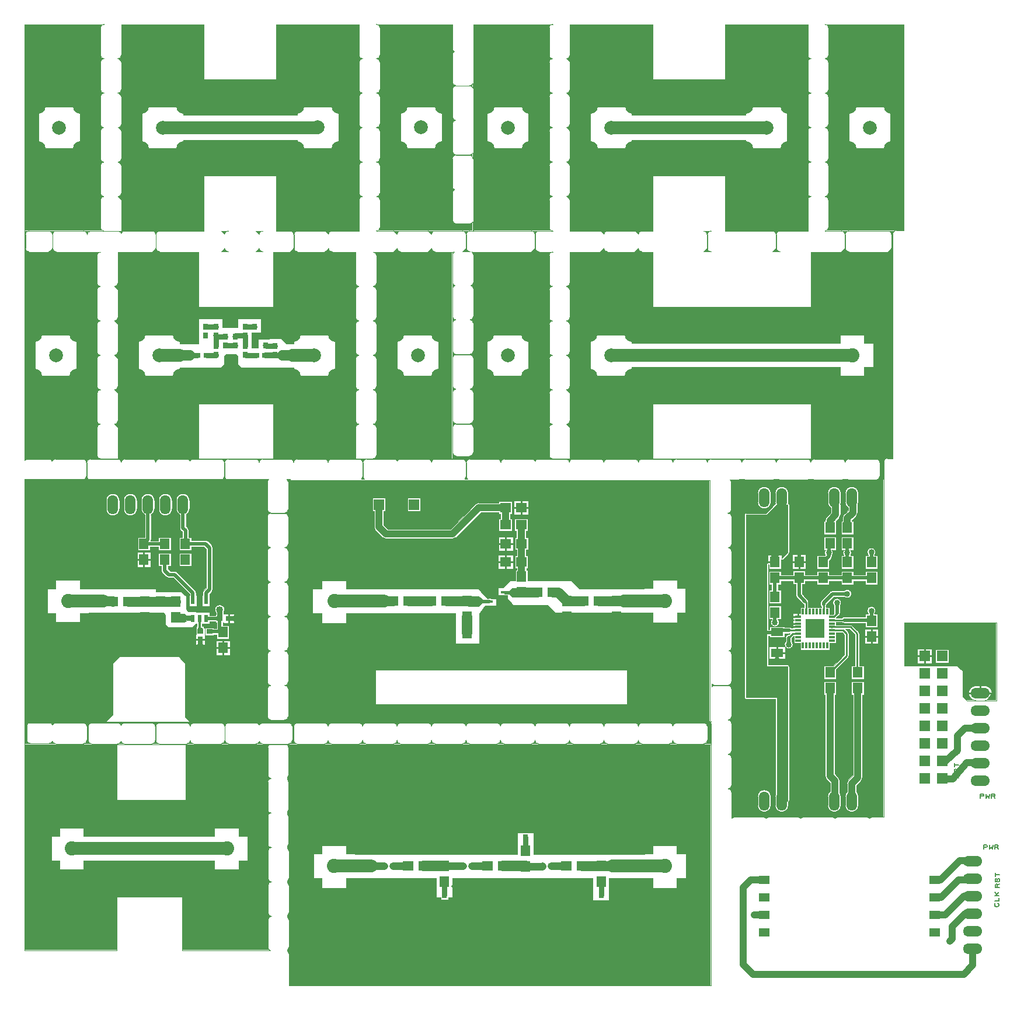
<source format=gbr>
G04 DesignSpark PCB Gerber Version 9.0 Build 5115 *
G04 #@! TF.Part,Single*
G04 #@! TF.FileFunction,Copper,L1,Top *
G04 #@! TF.FilePolarity,Positive *
%FSLAX35Y35*%
%MOIN*%
G04 #@! TA.AperFunction,ComponentPad*
%ADD73O,0.06000X0.11000*%
G04 #@! TA.AperFunction,SMDPad,CuDef*
%ADD77R,0.01181X0.03346*%
%ADD75R,0.02165X0.04134*%
%ADD27R,0.02800X0.03500*%
%ADD29R,0.05500X0.06000*%
G04 #@! TA.AperFunction,ComponentPad*
%ADD80R,0.06000X0.06000*%
G04 #@! TA.AperFunction,SMDPad,CuDef*
%ADD78R,0.11024X0.11024*%
G04 #@! TD.AperFunction*
%ADD11C,0.00197*%
%ADD10C,0.00394*%
%ADD22C,0.00500*%
%ADD12C,0.01000*%
%ADD70C,0.01181*%
%ADD14C,0.01969*%
%ADD15C,0.02953*%
%ADD21C,0.03150*%
G04 #@! TA.AperFunction,ViaPad*
%ADD17C,0.03346*%
G04 #@! TD.AperFunction*
%ADD16C,0.03937*%
G04 #@! TA.AperFunction,ViaPad*
%ADD18C,0.04000*%
G04 #@! TD.AperFunction*
%ADD71C,0.04331*%
%ADD20C,0.05512*%
%ADD19C,0.05906*%
%ADD13C,0.07480*%
G04 #@! TA.AperFunction,ComponentPad*
%ADD26C,0.07874*%
G04 #@! TA.AperFunction,SMDPad,CuDef*
%ADD23C,0.08071*%
G04 #@! TA.AperFunction,ComponentPad*
%ADD82O,0.11000X0.06000*%
G04 #@! TA.AperFunction,SMDPad,CuDef*
%ADD76R,0.03346X0.01181*%
%ADD79R,0.03740X0.01575*%
%ADD28R,0.03500X0.02800*%
%ADD74R,0.07087X0.04528*%
%ADD81R,0.05906X0.05118*%
%ADD72R,0.06000X0.05500*%
%ADD24R,0.09843X0.09843*%
G04 #@! TA.AperFunction,ComponentPad*
%ADD25C,0.17717*%
X0Y0D02*
D02*
D10*
X9969Y139961D02*
Y22638D01*
X62449*
Y53346*
X99850*
Y22638*
X150056*
G75*
G02X148945Y24409I858J1772*
G01*
Y40157*
G75*
G02X150913Y42126I1969*
G01*
G75*
G02X148945Y44094J1969*
G01*
Y59843*
G75*
G02X150913Y61811I1969*
G01*
G75*
G02X148945Y63780J1969*
G01*
Y79528*
G75*
G02X150913Y81496I1969*
G01*
X150717*
G75*
G02X148748Y83465J1969*
G01*
Y99213*
G75*
G02X150717Y101181I1969*
G01*
G75*
G02X148748Y103150J1969*
G01*
Y118898*
G75*
G02X150717Y120866I1969*
G01*
G75*
G02X148748Y122835J1969*
G01*
Y138583*
G75*
G02X149311Y139961I1969*
G01*
X101819*
Y108465*
X62449*
Y139961*
X9969*
X113630Y92717D02*
X137252D01*
Y69094*
X113630*
Y74016*
X48669*
Y69094*
X25047*
Y92717*
X48669*
Y87795*
X113630*
Y92717*
X10165Y80906D02*
G36*
Y22835D01*
X62449*
Y53346*
X99850*
Y22835*
X149732*
G75*
G02X148945Y24409I1181J1575*
G01*
Y40157*
G75*
G02X150717Y42116I1969*
G01*
Y42136*
G75*
G02X148945Y44094I197J1959*
G01*
Y59843*
G75*
G02X150717Y61801I1969*
G01*
Y61821*
G75*
G02X148945Y63780I197J1959*
G01*
Y79528*
G75*
G02X149507Y80906I1969*
G01*
X137252*
Y69094*
X113630*
Y74016*
X48669*
Y69094*
X25047*
Y80906*
X10165*
G37*
Y139764D02*
G36*
Y80906D01*
X25047*
Y92717*
X48669*
Y87795*
X113630*
Y92717*
X137252*
Y80906*
X149507*
G75*
G02X150717Y81486I1406J-1378*
G01*
Y81496*
G75*
G02X148748Y83465J1969*
G01*
Y99213*
G75*
G02X150717Y101181I1969*
G01*
G75*
G02X148748Y103150J1969*
G01*
Y118898*
G75*
G02X150717Y120866I1969*
G01*
G75*
G02X148748Y122835J1969*
G01*
Y138583*
G75*
G02X149142Y139764I1969J0*
G01*
X101819*
Y108465*
X62449*
Y139764*
X10165*
G37*
X9969Y153346D02*
Y140354D01*
X401701*
Y152362*
G75*
G02X401965Y153346I1969*
G01*
X9969*
X43433Y152559D02*
G75*
G02X45402Y150591J-1969D01*
G01*
Y142717*
G75*
G02X43433Y140748I-1969*
G01*
X27685*
G75*
G02X25783Y142209J1969*
G01*
G75*
G02X23945Y140945I-1838J704*
G01*
X13118*
G75*
G02X11150Y142913J1969*
G01*
Y150787*
G75*
G02X13118Y152756I1969*
G01*
X23945*
G75*
G02X25847Y151295J-1969*
G01*
G75*
G02X27685Y152559I1838J-704*
G01*
X43433*
X82606D02*
G75*
G02X84575Y150591J-1969D01*
G01*
Y142717*
G75*
G02X82606Y140748I-1969*
G01*
X66858*
G75*
G02X64988Y142102J1969*
G01*
G75*
G02X63118Y140748I-1870J615*
G01*
X48157*
G75*
G02X46189Y142717J1969*
G01*
Y150591*
G75*
G02X48157Y152559I1969*
G01*
X63118*
G75*
G02X64988Y151205J-1969*
G01*
G75*
G02X66858Y152559I1870J-615*
G01*
X82606*
X122173D02*
G75*
G02X124142Y150591J-1969D01*
G01*
Y142717*
G75*
G02X122173Y140748I-1969*
G01*
X106425*
G75*
G02X104457Y142717J1969*
G01*
G75*
G02X102488Y140748I-1969*
G01*
X86740*
G75*
G02X84772Y142717J1969*
G01*
Y150591*
G75*
G02X86740Y152559I1969*
G01*
X102488*
G75*
G02X104457Y150591J-1969*
G01*
G75*
G02X106425Y152559I1969*
G01*
X122173*
X160756D02*
G75*
G02X162724Y150591J-1969D01*
G01*
Y142717*
G75*
G02X160756Y140748I-1969*
G01*
X145795*
G75*
G02X143925Y142102J1969*
G01*
G75*
G02X142055Y140748I-1870J615*
G01*
X126307*
G75*
G02X124339Y142717J1969*
G01*
Y150591*
G75*
G02X126307Y152559I1969*
G01*
X142055*
G75*
G02X143925Y151205J-1969*
G01*
G75*
G02X145795Y152559I1870J-615*
G01*
X160756*
X397764D02*
G75*
G02X399732Y150591J-1969D01*
G01*
Y142717*
G75*
G02X397764Y140748I-1969*
G01*
X382016*
G75*
G02X380047Y142717J1969*
G01*
G75*
G02X378079Y140748I-1969*
G01*
X362331*
G75*
G02X360362Y142717J1969*
G01*
G75*
G02X358394Y140748I-1969*
G01*
X342646*
G75*
G02X340677Y142717J1969*
G01*
G75*
G02X338709Y140748I-1969*
G01*
X322961*
G75*
G02X320992Y142717J1969*
G01*
G75*
G02X319024Y140748I-1969*
G01*
X303276*
G75*
G02X301307Y142717J1969*
G01*
G75*
G02X299339Y140748I-1969*
G01*
X283591*
G75*
G02X281622Y142717J1969*
G01*
G75*
G02X279654Y140748I-1969*
G01*
X263906*
G75*
G02X261937Y142717J1969*
G01*
G75*
G02X259969Y140748I-1969*
G01*
X244220*
G75*
G02X242252Y142717J1969*
G01*
G75*
G02X240283Y140748I-1969*
G01*
X224535*
G75*
G02X222567Y142717J1969*
G01*
G75*
G02X220598Y140748I-1969*
G01*
X204850*
G75*
G02X202882Y142717J1969*
G01*
G75*
G02X200913Y140748I-1969*
G01*
X185165*
G75*
G02X183197Y142717J1969*
G01*
G75*
G02X181228Y140748I-1969*
G01*
X165480*
G75*
G02X163512Y142717J1969*
G01*
Y150591*
G75*
G02X165480Y152559I1969*
G01*
X181228*
G75*
G02X183197Y150591J-1969*
G01*
G75*
G02X185165Y152559I1969*
G01*
X200913*
G75*
G02X202882Y150591J-1969*
G01*
G75*
G02X204850Y152559I1969*
G01*
X220598*
G75*
G02X222567Y150591J-1969*
G01*
G75*
G02X224535Y152559I1969*
G01*
X240283*
G75*
G02X242252Y150591J-1969*
G01*
G75*
G02X244220Y152559I1969*
G01*
X259969*
G75*
G02X261937Y150591J-1969*
G01*
G75*
G02X263906Y152559I1969*
G01*
X279654*
G75*
G02X281622Y150591J-1969*
G01*
G75*
G02X283591Y152559I1969*
G01*
X299339*
G75*
G02X301307Y150591J-1969*
G01*
G75*
G02X303276Y152559I1969*
G01*
X319024*
G75*
G02X320992Y150591J-1969*
G01*
G75*
G02X322961Y152559I1969*
G01*
X338709*
G75*
G02X340677Y150591J-1969*
G01*
G75*
G02X342646Y152559I1969*
G01*
X358394*
G75*
G02X360362Y150591J-1969*
G01*
G75*
G02X362331Y152559I1969*
G01*
X378079*
G75*
G02X380047Y150591J-1969*
G01*
G75*
G02X382016Y152559I1969*
G01*
X397764*
X10165Y146752D02*
G36*
Y140551D01*
X401701*
Y146752*
X399732*
Y142717*
G75*
G02X397764Y140748I-1969*
G01*
X382016*
G75*
G02X380047Y142717J1969*
G01*
G75*
G02X378079Y140748I-1969*
G01*
X362331*
G75*
G02X360362Y142717J1969*
G01*
G75*
G02X358394Y140748I-1969*
G01*
X342646*
G75*
G02X340677Y142717J1969*
G01*
G75*
G02X338709Y140748I-1969*
G01*
X322961*
G75*
G02X320992Y142717J1969*
G01*
G75*
G02X319024Y140748I-1969*
G01*
X303276*
G75*
G02X301307Y142717J1969*
G01*
G75*
G02X299339Y140748I-1969*
G01*
X283591*
G75*
G02X281622Y142717J1969*
G01*
G75*
G02X279654Y140748I-1969*
G01*
X263906*
G75*
G02X261937Y142717J1969*
G01*
G75*
G02X259969Y140748I-1969*
G01*
X244220*
G75*
G02X242252Y142717J1969*
G01*
G75*
G02X240283Y140748I-1969*
G01*
X224535*
G75*
G02X222567Y142717J1969*
G01*
G75*
G02X220598Y140748I-1969*
G01*
X204850*
G75*
G02X202882Y142717J1969*
G01*
G75*
G02X200913Y140748I-1969*
G01*
X185165*
G75*
G02X183197Y142717J1969*
G01*
G75*
G02X181228Y140748I-1969*
G01*
X165480*
G75*
G02X163512Y142717J1969*
G01*
Y146752*
X162724*
Y142717*
G75*
G02X160756Y140748I-1969*
G01*
X145795*
G75*
G02X143925Y142102J1969*
G01*
G75*
G02X142055Y140748I-1870J615*
G01*
X126307*
G75*
G02X124339Y142717J1969*
G01*
Y146752*
X124142*
Y142717*
G75*
G02X122173Y140748I-1969*
G01*
X106425*
G75*
G02X104457Y142717J1969*
G01*
G75*
G02X102488Y140748I-1969*
G01*
X86740*
G75*
G02X84772Y142717J1969*
G01*
Y146752*
X84575*
Y142717*
G75*
G02X82606Y140748I-1969*
G01*
X66858*
G75*
G02X64988Y142102J1969*
G01*
G75*
G02X63118Y140748I-1870J615*
G01*
X48157*
G75*
G02X46189Y142717J1969*
G01*
Y146752*
X45402*
Y142717*
G75*
G02X43433Y140748I-1969*
G01*
X27685*
G75*
G02X25783Y142209J1969*
G01*
G75*
G02X23945Y140945I-1838J704*
G01*
X13118*
G75*
G02X11150Y142913J1969*
G01*
Y146752*
X10165*
G37*
Y153150D02*
G36*
Y146752D01*
X11150*
Y150787*
G75*
G02X13118Y152756I1969*
G01*
X23945*
G75*
G02X25847Y151295J-1969*
G01*
G75*
G02X27685Y152559I1838J-704*
G01*
X43433*
G75*
G02X45402Y150591J-1969*
G01*
Y146752*
X46189*
Y150591*
G75*
G02X48157Y152559I1969*
G01*
X63118*
G75*
G02X64988Y151205J-1969*
G01*
G75*
G02X66858Y152559I1870J-615*
G01*
X82606*
G75*
G02X84575Y150591J-1969*
G01*
Y146752*
X84772*
Y150591*
G75*
G02X86740Y152559I1969*
G01*
X102488*
G75*
G02X104457Y150591J-1969*
G01*
G75*
G02X106425Y152559I1969*
G01*
X122173*
G75*
G02X124142Y150591J-1969*
G01*
Y146752*
X124339*
Y150591*
G75*
G02X126307Y152559I1969*
G01*
X142055*
G75*
G02X143925Y151205J-1969*
G01*
G75*
G02X145795Y152559I1870J-615*
G01*
X160756*
G75*
G02X162724Y150591J-1969*
G01*
Y146752*
X163512*
Y150591*
G75*
G02X165480Y152559I1969*
G01*
X181228*
G75*
G02X183197Y150591J-1969*
G01*
G75*
G02X185165Y152559I1969*
G01*
X200913*
G75*
G02X202882Y150591J-1969*
G01*
G75*
G02X204850Y152559I1969*
G01*
X220598*
G75*
G02X222567Y150591J-1969*
G01*
G75*
G02X224535Y152559I1969*
G01*
X240283*
G75*
G02X242252Y150591J-1969*
G01*
G75*
G02X244220Y152559I1969*
G01*
X259969*
G75*
G02X261937Y150591J-1969*
G01*
G75*
G02X263906Y152559I1969*
G01*
X279654*
G75*
G02X281622Y150591J-1969*
G01*
G75*
G02X283591Y152559I1969*
G01*
X299339*
G75*
G02X301307Y150591J-1969*
G01*
G75*
G02X303276Y152559I1969*
G01*
X319024*
G75*
G02X320992Y150591J-1969*
G01*
G75*
G02X322961Y152559I1969*
G01*
X338709*
G75*
G02X340677Y150591J-1969*
G01*
G75*
G02X342646Y152559I1969*
G01*
X358394*
G75*
G02X360362Y150591J-1969*
G01*
G75*
G02X362331Y152559I1969*
G01*
X378079*
G75*
G02X380047Y150591J-1969*
G01*
G75*
G02X382016Y152559I1969*
G01*
X397764*
G75*
G02X399732Y150591J-1969*
G01*
Y146752*
X401701*
Y152362*
G75*
G02Y152363I2183J1*
G01*
G75*
G02X401768Y152872I1964*
G01*
Y153150*
X10165*
G37*
X9969Y291890D02*
Y152756D01*
X23945*
G75*
G02X25388Y152126J-1969*
G01*
X26453*
G75*
G02X27685Y152559I1232J-1535*
G01*
X43433*
G75*
G02X44665Y152126J-1969*
G01*
X46138*
G75*
G02X47370Y152559I1232J-1535*
G01*
X55598*
X60283Y157244*
Y186772*
X64220Y190709*
X97685*
X101622Y186772*
Y156063*
X105409Y152276*
G75*
G02X106425Y152559I1017J-1686*
G01*
X122173*
G75*
G02X123405Y152126J-1969*
G01*
X125075*
G75*
G02X126307Y152559I1232J-1535*
G01*
X142055*
G75*
G02X143287Y152126J-1969*
G01*
X144563*
G75*
G02X145795Y152559I1232J-1535*
G01*
X161543*
Y291890*
X159626*
G75*
G02X160362Y290354I-1232J-1535*
G01*
Y274606*
G75*
G02X158394Y272638I-1969*
G01*
X150520*
G75*
G02X148551Y274606J1969*
G01*
Y290354*
G75*
G02X149288Y291890I1969*
G01*
X9969*
X123580Y214870D02*
X129362D01*
Y209673*
X123469*
Y210083*
X123088*
Y208354*
X126616*
Y200780*
X119541*
Y203020*
X117929*
Y202602*
X112854*
Y206980*
X117929*
Y206563*
X119541*
Y208354*
X119544*
Y210083*
X118780*
Y210500*
X115402*
Y209213*
X111071*
Y207843*
X112276*
Y206980*
X112831*
Y202602*
X112685*
Y197260*
X107488*
Y203154*
X107756*
Y206980*
X107898*
Y207843*
X108315*
Y209213*
X107921*
Y209417*
X107732*
X105559Y207244*
X91780*
X90205Y208819*
Y214331*
X89024Y215512*
X46504*
Y210394*
X22882*
Y234409*
X46504*
Y229291*
X84693*
Y227717*
X99260*
X102016Y224961*
Y217480*
X103197Y216299*
X107921*
Y215906*
X115402*
Y214043*
X118780*
Y214461*
X119052*
Y215696*
G75*
G02X118529Y217323I2264J1626*
G01*
G75*
G02X124104I2787*
G01*
G75*
G02X123580Y215696I-2787*
G01*
Y214870*
X119132Y199764D02*
X127026D01*
Y191370*
X119132*
Y199764*
X56496Y279823D02*
G75*
G02X64071I3787D01*
G01*
Y274823*
G75*
G02X56496I-3787*
G01*
Y279823*
X66496D02*
G75*
G02X74071I3787D01*
G01*
Y274823*
G75*
G02X66496I-3787*
G01*
Y279823*
X74053Y250169D02*
X81947D01*
Y241776*
X74053*
Y250169*
X86274Y258760D02*
X93348D01*
Y251185*
X86274*
Y253201*
X81537*
Y251185*
X74463*
Y258760*
X78512*
Y271475*
G75*
G02X76496Y274823I1772J3348*
G01*
Y279823*
G75*
G02X84071I3787*
G01*
Y274823*
G75*
G02X82055Y271475I-3787*
G01*
Y257256*
G75*
G02X81980Y256744I-1772*
G01*
X86274*
Y258760*
X116764Y254122D02*
G75*
G02X117331Y252756I-1363J-1366D01*
G01*
Y228898*
G75*
G02X116764Y227531I-1930*
G01*
X115362Y226130*
Y225748*
X115402*
Y219449*
X111972*
Y219244*
X111268*
Y219055*
G75*
G02X111071Y218858I-197*
G01*
X108315*
G75*
G02X108118Y219055J197*
G01*
Y219244*
X107413*
Y219449*
X103984*
Y221714*
G75*
G02Y223483I1890J885*
G01*
Y225748*
X104024*
Y226130*
X94681Y235472*
X92254*
G75*
G02X90910Y236015I-2J1930*
G01*
X88469Y238378*
G75*
G02X87882Y239764I1342J1386*
G01*
Y242185*
X86274*
Y249760*
X93348*
Y242185*
X91740*
Y240581*
X93033Y239331*
X95480*
G75*
G02X96846Y238764J-1930*
G01*
X107315Y228295*
G75*
G02X107882Y226929I-1363J-1366*
G01*
Y225772*
X108118*
Y226929*
G75*
G02X108315Y227126I197*
G01*
X111071*
G75*
G02X111268Y226929J-197*
G01*
Y225772*
X111504*
Y226929*
G75*
G02X112071Y228295I1930*
G01*
X113472Y229697*
Y251957*
X112240Y253189*
X105159*
Y251185*
X98085*
Y258760*
X99772*
Y261799*
X98921Y262650*
G75*
G02X98354Y264016I1363J1366*
G01*
Y271563*
G75*
G02X96496Y274823I1929J3259*
G01*
Y279823*
G75*
G02X104071I3787*
G01*
Y274823*
G75*
G02X102213Y271563I-3787*
G01*
Y264815*
X103063Y263965*
G75*
G02X103630Y262598I-1363J-1366*
G01*
Y258760*
X105159*
Y257047*
X113039*
G75*
G02X114406Y256480J-1930*
G01*
X116764Y254122*
X98085Y249760D02*
X105159D01*
Y242185*
X98085*
Y249760*
X86496Y279823D02*
G75*
G02X94071I3787D01*
G01*
Y274823*
G75*
G02X86496I-3787*
G01*
Y279823*
X158394Y272441D02*
G75*
G02X160362Y270472J-1969D01*
G01*
Y254724*
G75*
G02X158394Y252756I-1969*
G01*
G75*
G02X160362Y250787J-1969*
G01*
Y235039*
G75*
G02X158394Y233071I-1969*
G01*
G75*
G02X160362Y231102J-1969*
G01*
Y215354*
G75*
G02X158394Y213386I-1969*
G01*
G75*
G02X160362Y211417J-1969*
G01*
Y195669*
G75*
G02X158394Y193701I-1969*
G01*
G75*
G02X160362Y191732J-1969*
G01*
Y175984*
G75*
G02X158394Y174016I-1969*
G01*
G75*
G02X160362Y172047J-1969*
G01*
Y156299*
G75*
G02X158394Y154331I-1969*
G01*
X150520*
G75*
G02X148551Y156299J1969*
G01*
Y172047*
G75*
G02X150520Y174016I1969*
G01*
G75*
G02X148551Y175984J1969*
G01*
Y191732*
G75*
G02X150520Y193701I1969*
G01*
G75*
G02X148551Y195669J1969*
G01*
Y211417*
G75*
G02X150520Y213386I1969*
G01*
G75*
G02X148551Y215354J1969*
G01*
Y231102*
G75*
G02X150520Y233071I1969*
G01*
G75*
G02X148551Y235039J1969*
G01*
Y250787*
G75*
G02X150520Y252756I1969*
G01*
G75*
G02X148551Y254724J1969*
G01*
Y270472*
G75*
G02X150520Y272441I1969*
G01*
X158394*
X10165Y195567D02*
G36*
Y152756D01*
X23945*
G75*
G02X25177Y152323I1J-1967*
G01*
X26750*
G75*
G02X27685Y152559I935J-1733*
G01*
X43433*
G75*
G02X44368Y152323I0J-1970*
G01*
X46435*
G75*
G02X47370Y152559I935J-1733*
G01*
X55598*
X60283Y157244*
Y186772*
X64220Y190709*
X97685*
X101622Y186772*
Y156063*
X105362Y152323*
X105490*
G75*
G02X106425Y152559I935J-1734*
G01*
X122173*
G75*
G02X123108Y152323I0J-1970*
G01*
X125372*
G75*
G02X126307Y152559I935J-1733*
G01*
X142055*
G75*
G02X142990Y152323I0J-1970*
G01*
X144860*
G75*
G02X145795Y152559I935J-1733*
G01*
X161346*
Y195567*
X160359*
G75*
G02X158394Y193701I-1966J102*
G01*
G75*
G02X160362Y191732J-1969*
G01*
Y175984*
G75*
G02X158394Y174016I-1969*
G01*
G75*
G02X160362Y172047J-1969*
G01*
Y156299*
G75*
G02X158394Y154331I-1969*
G01*
X150520*
G75*
G02X148551Y156299J1969*
G01*
Y172047*
G75*
G02X150520Y174016I1969*
G01*
G75*
G02X148551Y175984J1969*
G01*
Y191732*
G75*
G02X150520Y193701I1969*
G01*
G75*
G02X148554Y195567J1969*
G01*
X127026*
Y191370*
X119132*
Y195567*
X10165*
G37*
Y215835D02*
G36*
Y195567D01*
X119132*
Y199764*
X127026*
Y195567*
X148554*
G75*
G02X148551Y195669I1966J104*
G01*
Y211417*
G75*
G02X150520Y213386I1969*
G01*
G75*
G02X148551Y215354J1969*
G01*
Y215835*
X123673*
G75*
G02X123580Y215696I-2359J1486*
G01*
Y214870*
X129362*
Y209673*
X123469*
Y210083*
X123088*
Y208354*
X126616*
Y200780*
X119541*
Y203020*
X117929*
Y202602*
X112854*
Y206980*
X117929*
Y206563*
X119541*
Y208354*
X119544*
Y210083*
X118780*
Y210500*
X115402*
Y209213*
X111071*
Y207843*
X112276*
Y206980*
X112831*
Y202602*
X112685*
Y197260*
X107488*
Y203154*
X107756*
Y206980*
X107898*
Y207843*
X108315*
Y209213*
X107921*
Y209417*
X107732*
X105559Y207244*
X91780*
X90205Y208819*
Y214331*
X89024Y215512*
X46504*
Y210394*
X22882*
Y215835*
X10165*
G37*
X115402D02*
G36*
Y214043D01*
X118780*
Y214461*
X119052*
Y215696*
G75*
G02X118959Y215835I2267J1624*
G01*
X115402*
G37*
X160362Y195669D02*
G36*
G75*
G02X160359Y195567I-1969J2D01*
G01*
X161346*
Y215835*
X160362*
Y215354*
G75*
G02X158394Y213386I-1969*
G01*
G75*
G02X160362Y211417J-1969*
G01*
Y195669*
G37*
X10165Y245972D02*
G36*
Y215835D01*
X22882*
Y234409*
X46504*
Y229291*
X84693*
Y227717*
X99260*
X102016Y224961*
Y217480*
X103197Y216299*
X107921*
Y215906*
X115402*
Y215835*
X118959*
G75*
G02X118529Y217323I2359J1489*
G01*
G75*
G02X124104I2787*
G01*
G75*
G02X123673Y215835I-2790J1*
G01*
X148551*
Y231102*
G75*
G02X150520Y233071I1969*
G01*
G75*
G02X148551Y235039J1969*
G01*
Y245972*
X117331*
Y228898*
G75*
G02X116764Y227531I-1929*
G01*
X115362Y226130*
Y225748*
X115402*
Y219449*
X111972*
Y219244*
X111268*
Y219055*
G75*
G02Y219054I-259J0*
G01*
G75*
G02X111071Y218858I-197*
G01*
X108315*
G75*
G02X108118Y219054J196*
G01*
G75*
G02Y219055I259J0*
G01*
Y219244*
X107413*
Y219449*
X103984*
Y221714*
G75*
G02X103787Y222598I1889J885*
G01*
G75*
G02X103984Y223483I2086*
G01*
Y225748*
X104024*
Y226130*
X94681Y235472*
X92254*
G75*
G02X90910Y236015I-2J1932*
G01*
X88469Y238378*
G75*
G02X87882Y239763I1340J1385*
G01*
G75*
G02Y239764I2374J0*
G01*
Y242185*
X86274*
Y245972*
X81947*
Y241776*
X74053*
Y245972*
X10165*
G37*
X91740Y242185D02*
G36*
Y240581D01*
X93033Y239331*
X95480*
G75*
G02X96846Y238764J-1929*
G01*
X107315Y228295*
G75*
G02X107882Y226929I-1362J-1366*
G01*
Y225772*
X108118*
Y226929*
G75*
G02Y226930I259J0*
G01*
G75*
G02X108315Y227126I197*
G01*
X111071*
G75*
G02X111268Y226930J-196*
G01*
G75*
G02Y226929I-259J0*
G01*
Y225772*
X111504*
Y226929*
G75*
G02X112071Y228295I1929*
G01*
X113472Y229697*
Y245972*
X105159*
Y242185*
X98085*
Y245972*
X93348*
Y242185*
X91740*
G37*
X160362Y231102D02*
G36*
Y215835D01*
X161346*
Y245972*
X160362*
Y235039*
G75*
G02X158394Y233071I-1969*
G01*
G75*
G02X160362Y231102J-1969*
G01*
G37*
X10165Y277323D02*
G36*
Y245972D01*
X74053*
Y250169*
X81947*
Y245972*
X86274*
Y249760*
X93348*
Y245972*
X98085*
Y249760*
X105159*
Y245972*
X113472*
Y251957*
X112240Y253189*
X105159*
Y251185*
X98085*
Y258760*
X99772*
Y261799*
X98921Y262650*
G75*
G02X98354Y264016I1362J1366*
G01*
Y271563*
G75*
G02X96496Y274823I1930J3259*
G01*
Y277323*
X94071*
Y274823*
G75*
G02X86496I-3787*
G01*
Y277323*
X84071*
Y274823*
G75*
G02X82055Y271475I-3788*
G01*
Y257256*
G75*
G02Y257255I-1574J0*
G01*
G75*
G02X81980Y256744I-1762*
G01*
X86274*
Y258760*
X93348*
Y251185*
X86274*
Y253201*
X81537*
Y251185*
X74463*
Y258760*
X78512*
Y271475*
G75*
G02X76496Y274823I1772J3348*
G01*
Y277323*
X74071*
Y274823*
G75*
G02X66496I-3787*
G01*
Y277323*
X64071*
Y274823*
G75*
G02X56496I-3787*
G01*
Y277323*
X10165*
G37*
X102213Y271563D02*
G36*
Y264815D01*
X103063Y263965*
G75*
G02X103630Y262598I-1362J-1366*
G01*
Y258760*
X105159*
Y257047*
X113039*
G75*
G02X114406Y256480J-1929*
G01*
X116764Y254122*
G75*
G02X117331Y252756I-1362J-1366*
G01*
Y245972*
X148551*
Y250787*
G75*
G02X150520Y252756I1969*
G01*
G75*
G02X148551Y254724J1969*
G01*
Y270472*
G75*
G02X150520Y272441I1969*
G01*
X158394*
G75*
G02X160362Y270472J-1969*
G01*
Y254724*
G75*
G02X158394Y252756I-1969*
G01*
G75*
G02X160362Y250787J-1969*
G01*
Y245972*
X161346*
Y277323*
X160362*
Y274606*
G75*
G02X158394Y272638I-1969*
G01*
X150520*
G75*
G02X148551Y274606J1969*
G01*
Y277323*
X104071*
Y274823*
G75*
G02X102213Y271563I-3788*
G01*
G37*
X10165Y291693D02*
G36*
Y277323D01*
X56496*
Y279823*
G75*
G02X64071I3787*
G01*
Y277323*
X66496*
Y279823*
G75*
G02X74071I3787*
G01*
Y277323*
X76496*
Y279823*
G75*
G02X84071I3787*
G01*
Y277323*
X86496*
Y279823*
G75*
G02X94071I3787*
G01*
Y277323*
X96496*
Y279823*
G75*
G02X104071I3787*
G01*
Y277323*
X148551*
Y290354*
G75*
G02X149076Y291693I1969*
G01*
X10165*
G37*
X160362Y290354D02*
G36*
Y277323D01*
X161346*
Y291693*
X159837*
G75*
G02X160362Y290354I-1443J-1339*
G01*
G37*
X9969Y303740D02*
Y302559D01*
G75*
G02X11543Y303346I1575J-1181*
G01*
X23748*
G75*
G02X25618Y301993J-1969*
G01*
G75*
G02X27488Y303346I1870J-615*
G01*
X43236*
G75*
G02X45205Y301378J-1969*
G01*
Y293504*
G75*
G02X44417Y291929I-1969*
G01*
X46189*
G75*
G02X45402Y293504I1181J1575*
G01*
Y301378*
G75*
G02X47370Y303346I1969*
G01*
X63118*
G75*
G02X65087Y301378J-1969*
G01*
G75*
G02X67055Y303346I1969*
G01*
X82803*
G75*
G02X84772Y301378J-1969*
G01*
G75*
G02X86740Y303346I1969*
G01*
X102488*
G75*
G02X104358Y301993J-1969*
G01*
G75*
G02X106228Y303346I1870J-615*
G01*
X121976*
G75*
G02X123945Y301378J-1969*
G01*
Y293504*
G75*
G02X123157Y291929I-1969*
G01*
X124929*
G75*
G02X124142Y293504I1181J1575*
G01*
Y301378*
G75*
G02X126110Y303346I1969*
G01*
X141858*
G75*
G02X143827Y301378J-1969*
G01*
G75*
G02X145795Y303346I1969*
G01*
X161543*
G75*
G02X163512Y301378J-1969*
G01*
G75*
G02X165480Y303346I1969*
G01*
X181228*
G75*
G02X183197Y301378J-1969*
G01*
G75*
G02X185165Y303346I1969*
G01*
X200913*
G75*
G02X202882Y301378J-1969*
G01*
Y293504*
G75*
G02X202094Y291929I-1969*
G01*
X203866*
G75*
G02X203079Y293504I1181J1575*
G01*
Y301378*
G75*
G02X205047Y303346I1969*
G01*
X220795*
G75*
G02X222665Y301993J-1969*
G01*
G75*
G02X224535Y303346I1870J-615*
G01*
X240283*
G75*
G02X242252Y301378J-1969*
G01*
G75*
G02X244220Y303346I1969*
G01*
X259969*
G75*
G02X261937Y301378J-1969*
G01*
Y293504*
G75*
G02X261150Y291929I-1969*
G01*
X262921*
G75*
G02X262134Y293504I1181J1575*
G01*
Y301378*
G75*
G02X264102Y303346I1969*
G01*
X279850*
G75*
G02X281819Y301378J-1969*
G01*
G75*
G02X283787Y303346I1969*
G01*
X299535*
G75*
G02X301406Y301993J-1969*
G01*
G75*
G02X303276Y303346I1870J-615*
G01*
X319024*
G75*
G02X320992Y301378J-1969*
G01*
G75*
G02X322961Y303346I1969*
G01*
X338709*
G75*
G02X340677Y301378J-1969*
G01*
G75*
G02X342646Y303346I1969*
G01*
X358394*
G75*
G02X360362Y301378J-1969*
G01*
G75*
G02X362331Y303346I1969*
G01*
X378079*
G75*
G02X380047Y301378J-1969*
G01*
G75*
G02X382016Y303346I1969*
G01*
X397764*
G75*
G02X399732Y301378J-1969*
G01*
G75*
G02X401701Y303346I1969*
G01*
X417449*
G75*
G02X419417Y301378J-1969*
G01*
G75*
G02X421386Y303346I1969*
G01*
X437134*
G75*
G02X439102Y301378J-1969*
G01*
G75*
G02X441071Y303346I1969*
G01*
X456819*
G75*
G02X458787Y301378J-1969*
G01*
G75*
G02X460756Y303346I1969*
G01*
X476504*
G75*
G02X478472Y301378J-1969*
G01*
G75*
G02X480441Y303346I1969*
G01*
X496189*
G75*
G02X498157Y301378J-1969*
G01*
Y293504*
G75*
G02X497370Y291929I-1969*
G01*
X500520*
Y301772*
G75*
G02X500913Y302953I1969*
G01*
Y303740*
X9969*
G36*
Y302559*
G75*
G02X11543Y303346I1575J-1181*
G01*
X23748*
G75*
G02X25618Y301993J-1969*
G01*
G75*
G02X27488Y303346I1870J-615*
G01*
X43236*
G75*
G02X45205Y301378J-1969*
G01*
Y293504*
G75*
G02X44417Y291929I-1969*
G01*
X46189*
G75*
G02X45402Y293504I1181J1575*
G01*
Y301378*
G75*
G02X47370Y303346I1969*
G01*
X63118*
G75*
G02X65087Y301378J-1969*
G01*
G75*
G02X67055Y303346I1969*
G01*
X82803*
G75*
G02X84772Y301378J-1969*
G01*
G75*
G02X86740Y303346I1969*
G01*
X102488*
G75*
G02X104358Y301993J-1969*
G01*
G75*
G02X106228Y303346I1870J-615*
G01*
X121976*
G75*
G02X123945Y301378J-1969*
G01*
Y293504*
G75*
G02X123157Y291929I-1969*
G01*
X124929*
G75*
G02X124142Y293504I1181J1575*
G01*
Y301378*
G75*
G02X126110Y303346I1969*
G01*
X141858*
G75*
G02X143827Y301378J-1969*
G01*
G75*
G02X145795Y303346I1969*
G01*
X161543*
G75*
G02X163512Y301378J-1969*
G01*
G75*
G02X165480Y303346I1969*
G01*
X181228*
G75*
G02X183197Y301378J-1969*
G01*
G75*
G02X185165Y303346I1969*
G01*
X200913*
G75*
G02X202882Y301378J-1969*
G01*
Y293504*
G75*
G02X202094Y291929I-1969*
G01*
X203866*
G75*
G02X203079Y293504I1181J1575*
G01*
Y301378*
G75*
G02X205047Y303346I1969*
G01*
X220795*
G75*
G02X222665Y301993J-1969*
G01*
G75*
G02X224535Y303346I1870J-615*
G01*
X240283*
G75*
G02X242252Y301378J-1969*
G01*
G75*
G02X244220Y303346I1969*
G01*
X259969*
G75*
G02X261937Y301378J-1969*
G01*
Y293504*
G75*
G02X261150Y291929I-1969*
G01*
X262921*
G75*
G02X262134Y293504I1181J1575*
G01*
Y301378*
G75*
G02X264102Y303346I1969*
G01*
X279850*
G75*
G02X281819Y301378J-1969*
G01*
G75*
G02X283787Y303346I1969*
G01*
X299535*
G75*
G02X301406Y301993J-1969*
G01*
G75*
G02X303276Y303346I1870J-615*
G01*
X319024*
G75*
G02X320992Y301378J-1969*
G01*
G75*
G02X322961Y303346I1969*
G01*
X338709*
G75*
G02X340677Y301378J-1969*
G01*
G75*
G02X342646Y303346I1969*
G01*
X358394*
G75*
G02X360362Y301378J-1969*
G01*
G75*
G02X362331Y303346I1969*
G01*
X378079*
G75*
G02X380047Y301378J-1969*
G01*
G75*
G02X382016Y303346I1969*
G01*
X397764*
G75*
G02X399732Y301378J-1969*
G01*
G75*
G02X401701Y303346I1969*
G01*
X417449*
G75*
G02X419417Y301378J-1969*
G01*
G75*
G02X421386Y303346I1969*
G01*
X437134*
G75*
G02X439102Y301378J-1969*
G01*
G75*
G02X441071Y303346I1969*
G01*
X456819*
G75*
G02X458787Y301378J-1969*
G01*
G75*
G02X460756Y303346I1969*
G01*
X476504*
G75*
G02X478472Y301378J-1969*
G01*
G75*
G02X480441Y303346I1969*
G01*
X496189*
G75*
G02X498157Y301378J-1969*
G01*
Y293504*
G75*
G02X497370Y291929I-1969*
G01*
X500520*
Y301772*
G75*
G02X500913Y302953I1969*
G01*
Y303740*
X9969*
G37*
Y421654D02*
Y303543D01*
X53276*
G75*
G02X51307Y305512J1969*
G01*
Y321260*
G75*
G02X53276Y323228I1969*
G01*
G75*
G02X51307Y325197J1969*
G01*
Y340945*
G75*
G02X53276Y342913I1969*
G01*
G75*
G02X51307Y344882J1969*
G01*
Y360630*
G75*
G02X53276Y362598I1969*
G01*
G75*
G02X51307Y364567J1969*
G01*
Y380315*
G75*
G02X53276Y382283I1969*
G01*
G75*
G02X51307Y384252J1969*
G01*
Y400000*
G75*
G02X53276Y401969I1969*
G01*
G75*
G02X51307Y403937J1969*
G01*
Y419685*
G75*
G02X53276Y421654I1969*
G01*
X9969*
X15874Y374409D02*
X39496D01*
Y350787*
X15874*
Y374409*
X10165Y362598D02*
G36*
Y303740D01*
X52418*
G75*
G02X51307Y305512I858J1772*
G01*
Y321260*
G75*
G02X53079Y323219I1969*
G01*
Y323238*
G75*
G02X51307Y325197I197J1959*
G01*
Y340945*
G75*
G02X53079Y342904I1969*
G01*
Y342923*
G75*
G02X51307Y344882I197J1959*
G01*
Y360630*
G75*
G02X53079Y362589I1969*
G01*
Y362598*
X39496*
Y350787*
X15874*
Y362598*
X10165*
G37*
Y421457D02*
G36*
Y362598D01*
X15874*
Y374409*
X39496*
Y362598*
X53079*
Y362608*
G75*
G02X51307Y364567I197J1959*
G01*
Y380315*
G75*
G02X53079Y382274I1969*
G01*
Y382293*
G75*
G02X51307Y384252I197J1959*
G01*
Y400000*
G75*
G02X53079Y401959I1969*
G01*
Y401978*
G75*
G02X51307Y403937I197J1959*
G01*
Y419685*
G75*
G02X52418Y421457I1969*
G01*
X10165*
G37*
X9969Y433661D02*
Y421850D01*
X12331*
G75*
G02X10362Y423819J1969*
G01*
Y431693*
G75*
G02X12331Y433661I1969*
G01*
X9969*
G36*
Y421850*
X12331*
G75*
G02X10362Y423819J1969*
G01*
Y431693*
G75*
G02X12331Y433661I1969*
G01*
X9969*
G37*
Y551772D02*
Y433661D01*
X55244*
G75*
G02X53276Y435630J1969*
G01*
Y451378*
G75*
G02X55244Y453346I1969*
G01*
G75*
G02X53276Y455315J1969*
G01*
Y471063*
G75*
G02X55244Y473031I1969*
G01*
G75*
G02X53276Y475000J1969*
G01*
Y490748*
G75*
G02X55244Y492717I1969*
G01*
G75*
G02X53276Y494685J1969*
G01*
Y510433*
G75*
G02X55244Y512402I1969*
G01*
G75*
G02X53276Y514370J1969*
G01*
Y530118*
G75*
G02X55244Y532087I1969*
G01*
G75*
G02X53276Y534055J1969*
G01*
Y549803*
G75*
G02X55244Y551772I1969*
G01*
X9969*
X17843Y504528D02*
X41465D01*
Y480906*
X17843*
Y504528*
X10165Y492717D02*
G36*
Y433858D01*
X54386*
G75*
G02X53276Y435630I858J1772*
G01*
Y451378*
G75*
G02X55047Y453337I1969*
G01*
Y453356*
G75*
G02X53276Y455315I197J1959*
G01*
Y471063*
G75*
G02X55047Y473022I1969*
G01*
Y473041*
G75*
G02X53276Y475000I197J1959*
G01*
Y490748*
G75*
G02X55047Y492707I1969*
G01*
Y492717*
X41465*
Y480906*
X17843*
Y492717*
X10165*
G37*
Y551575D02*
G36*
Y492717D01*
X17843*
Y504528*
X41465*
Y492717*
X55047*
Y492726*
G75*
G02X53276Y494685I197J1959*
G01*
Y510433*
G75*
G02X55047Y512392I1969*
G01*
Y512411*
G75*
G02X53276Y514370I197J1959*
G01*
Y530118*
G75*
G02X55047Y532077I1969*
G01*
Y532096*
G75*
G02X53276Y534055I197J1959*
G01*
Y549803*
G75*
G02X54386Y551575I1969*
G01*
X10165*
G37*
X25717Y423819D02*
G75*
G02X23748Y421850I-1969D01*
G01*
X27882*
G75*
G02X25913Y423819J1969*
G01*
Y431693*
G75*
G02X27882Y433661I1969*
G01*
X23748*
G75*
G02X25717Y431693J-1969*
G01*
Y423819*
G36*
G75*
G02X23748Y421850I-1969*
G01*
X27882*
G75*
G02X25913Y423819J1969*
G01*
Y431693*
G75*
G02X27882Y433661I1969*
G01*
X23748*
G75*
G02X25717Y431693J-1969*
G01*
Y423819*
G37*
X45598Y431693D02*
Y431496D01*
G75*
G02X47567Y433465I1969*
G01*
X63315*
G75*
G02X65153Y432200J-1969*
G01*
G75*
G02X67055Y433661I1902J-507*
G01*
X43630*
G75*
G02X45598Y431693J-1969*
G01*
G36*
Y431496*
G75*
G02X47567Y433465I1969*
G01*
X63315*
G75*
G02X65153Y432200J-1969*
G01*
G75*
G02X67055Y433661I1902J-507*
G01*
X43630*
G75*
G02X45598Y431693J-1969*
G01*
G37*
X61150Y323228D02*
G75*
G02X63118Y321260J-1969D01*
G01*
Y325197*
G75*
G02X61150Y323228I-1969*
G01*
G36*
G75*
G02X63118Y321260J-1969*
G01*
Y325197*
G75*
G02X61150Y323228I-1969*
G01*
G37*
Y342913D02*
G75*
G02X63118Y340945J-1969D01*
G01*
Y344882*
G75*
G02X61150Y342913I-1969*
G01*
G36*
G75*
G02X63118Y340945J-1969*
G01*
Y344882*
G75*
G02X61150Y342913I-1969*
G01*
G37*
Y362598D02*
G75*
G02X63118Y360630J-1969D01*
G01*
Y364567*
G75*
G02X61150Y362598I-1969*
G01*
G36*
G75*
G02X63118Y360630J-1969*
G01*
Y364567*
G75*
G02X61150Y362598I-1969*
G01*
G37*
Y382283D02*
G75*
G02X63118Y380315J-1969D01*
G01*
Y384252*
G75*
G02X61150Y382283I-1969*
G01*
G36*
G75*
G02X63118Y380315J-1969*
G01*
Y384252*
G75*
G02X61150Y382283I-1969*
G01*
G37*
Y401969D02*
G75*
G02X63118Y400000J-1969D01*
G01*
Y403937*
G75*
G02X61150Y401969I-1969*
G01*
G36*
G75*
G02X63118Y400000J-1969*
G01*
Y403937*
G75*
G02X61150Y401969I-1969*
G01*
G37*
X63118Y421654D02*
Y303543D01*
X109181*
Y355512*
X98551*
Y350787*
X74929*
Y374409*
X98551*
Y369291*
X109181*
Y421654*
X63118*
G36*
Y303543*
X109181*
Y355512*
X98551*
Y350787*
X74929*
Y374409*
X98551*
Y369291*
X109181*
Y421654*
X63118*
G37*
Y453346D02*
G75*
G02X65087Y451378J-1969D01*
G01*
Y455315*
G75*
G02X63118Y453346I-1969*
G01*
G36*
G75*
G02X65087Y451378J-1969*
G01*
Y455315*
G75*
G02X63118Y453346I-1969*
G01*
G37*
Y473031D02*
G75*
G02X65087Y471063J-1969D01*
G01*
Y475000*
G75*
G02X63118Y473031I-1969*
G01*
G36*
G75*
G02X65087Y471063J-1969*
G01*
Y475000*
G75*
G02X63118Y473031I-1969*
G01*
G37*
Y492717D02*
G75*
G02X65087Y490748J-1969D01*
G01*
Y494685*
G75*
G02X63118Y492717I-1969*
G01*
G36*
G75*
G02X65087Y490748J-1969*
G01*
Y494685*
G75*
G02X63118Y492717I-1969*
G01*
G37*
Y512402D02*
G75*
G02X65087Y510433J-1969D01*
G01*
Y514370*
G75*
G02X63118Y512402I-1969*
G01*
G36*
G75*
G02X65087Y510433J-1969*
G01*
Y514370*
G75*
G02X63118Y512402I-1969*
G01*
G37*
Y532087D02*
G75*
G02X65087Y530118J-1969D01*
G01*
Y534055*
G75*
G02X63118Y532087I-1969*
G01*
G36*
G75*
G02X65087Y530118J-1969*
G01*
Y534055*
G75*
G02X63118Y532087I-1969*
G01*
G37*
X65087Y551772D02*
Y433661D01*
X112331*
Y465157*
X153669*
Y485630*
X100520*
Y480906*
X76898*
Y504528*
X100520*
Y499803*
X153669*
Y520276*
X112331*
Y551772*
X65087*
G36*
Y433661*
X112331*
Y465157*
X153669*
Y485630*
X100520*
Y480906*
X76898*
Y504528*
X100520*
Y499803*
X153669*
Y520276*
X112331*
Y551772*
X65087*
G37*
X84772Y423819D02*
G75*
G02X82803Y421850I-1969D01*
G01*
X86937*
G75*
G02X84969Y423819J1969*
G01*
Y431693*
G75*
G02X86937Y433661I1969*
G01*
X82803*
G75*
G02X84772Y431693J-1969*
G01*
Y423819*
G36*
G75*
G02X82803Y421850I-1969*
G01*
X86937*
G75*
G02X84969Y423819J1969*
G01*
Y431693*
G75*
G02X86937Y433661I1969*
G01*
X82803*
G75*
G02X84772Y431693J-1969*
G01*
Y423819*
G37*
X97370Y214961D02*
Y210394D01*
X101228*
X102409Y211181*
X105638*
Y213937*
X102094*
X101071Y214961*
X97370*
G36*
Y210394*
X101228*
X102409Y211181*
X105638*
Y213937*
X102094*
X101071Y214961*
X97370*
G37*
X108315Y226929D02*
X111071D01*
Y219055*
X108315*
Y226929*
G36*
X111071*
Y219055*
X108315*
Y226929*
G37*
X109181Y355512D02*
Y335039D01*
X151701*
Y303543*
X198945*
Y421654*
X151701*
Y390157*
X109181*
Y383465*
X122961*
Y378740*
X131622*
Y383465*
X145008*
Y375591*
X139496*
Y366929*
X143039*
Y372047*
X149339*
X149732Y372441*
X156031*
X159181Y369291*
X163512*
Y374409*
X187134*
Y350787*
X163512*
Y355512*
X133591*
X131622Y357480*
Y362205*
X130441Y363386*
X124929*
X123748Y362205*
Y357480*
X121780Y355512*
X109181*
G36*
Y335039*
X151701*
Y303543*
X198945*
Y421654*
X151701*
Y390157*
X109181*
Y383465*
X122961*
Y378740*
X131622*
Y383465*
X145008*
Y375591*
X139496*
Y366929*
X143039*
Y372047*
X149339*
X149732Y372441*
X156031*
X159181Y369291*
X163512*
Y374409*
X187134*
Y350787*
X163512*
Y355512*
X133591*
X131622Y357480*
Y362205*
X130441Y363386*
X124929*
X123748Y362205*
Y357480*
X121780Y355512*
X109181*
G37*
X122173Y433661D02*
G75*
G02X124142Y431693J-1969D01*
G01*
G75*
G02X126110Y433661I1969*
G01*
X122173*
G36*
G75*
G02X124142Y431693J-1969*
G01*
G75*
G02X126110Y433661I1969*
G01*
X122173*
G37*
X124142Y423819D02*
G75*
G02X122173Y421850I-1969D01*
G01*
X126110*
G75*
G02X124142Y423819J1969*
G01*
G36*
G75*
G02X122173Y421850I-1969*
G01*
X126110*
G75*
G02X124142Y423819J1969*
G01*
G37*
X141858Y433661D02*
G75*
G02X143827Y431693J-1969D01*
G01*
G75*
G02X145795Y433661I1969*
G01*
X141858*
G36*
G75*
G02X143827Y431693J-1969*
G01*
G75*
G02X145795Y433661I1969*
G01*
X141858*
G37*
X143827Y423819D02*
G75*
G02X141858Y421850I-1969D01*
G01*
X145795*
G75*
G02X143827Y423819J1969*
G01*
G36*
G75*
G02X141858Y421850I-1969*
G01*
X145795*
G75*
G02X143827Y423819J1969*
G01*
G37*
X153669Y485630D02*
Y433661D01*
X200913*
Y551772*
X153669*
Y499803*
X165480*
Y504528*
X189102*
Y480906*
X165480*
Y485630*
X153669*
G36*
Y433661*
X200913*
Y551772*
X153669*
Y499803*
X165480*
Y504528*
X189102*
Y480906*
X165480*
Y485630*
X153669*
G37*
X159935Y22810D02*
Y22269D01*
G75*
G02X160756Y20669I-1148J-1599*
G01*
Y2559*
X401819*
Y140354*
X159969*
Y139989*
G75*
G02X160559Y138583I-1378J-1406*
G01*
Y122835*
G75*
G02X159963Y121424I-1969*
G01*
X159963Y120309*
G75*
G02X160559Y118898I-1372J-1412*
G01*
Y103150*
G75*
G02X159957Y101733I-1969*
G01*
X159957Y100630*
G75*
G02X160559Y99213I-1367J-1417*
G01*
Y83465*
G75*
G02X159952Y82043I-1969*
G01*
X159952Y81115*
G75*
G02X160756Y79528I-1164J-1587*
G01*
Y63780*
G75*
G02X159946Y62188I-1969*
G01*
Y61434*
G75*
G02X160756Y59843I-1159J-1591*
G01*
Y44094*
G75*
G02X159941Y42499I-1969*
G01*
Y41753*
G75*
G02X160756Y40157I-1153J-1595*
G01*
Y24409*
G75*
G02X159935Y22810I-1969*
G01*
X363748Y82598D02*
X387449D01*
Y58386*
X363748*
Y63937*
X343591*
Y51339*
X334142*
Y63937*
X254220*
Y52913*
X251803*
Y51783*
X247425*
Y52913*
X244772*
Y63937*
X198433*
Y58386*
X174732*
Y82598*
X198433*
Y77717*
X291228*
Y89921*
X300677*
Y77717*
X363748*
Y82598*
X160132Y22972D02*
G36*
Y22107D01*
G75*
G02X160756Y20669I-1346J-1439*
G01*
Y2756*
X401622*
Y70630*
X387449*
Y58386*
X363748*
Y63937*
X343591*
Y51339*
X334142*
Y63937*
X254220*
Y52913*
X251803*
Y51783*
X247425*
Y52913*
X244772*
Y63937*
X198433*
Y58386*
X174732*
Y70630*
X160756*
Y63780*
G75*
G02X160132Y62342I-1969*
G01*
Y61280*
G75*
G02X160756Y59843I-1344J-1438*
G01*
Y44094*
G75*
G02X160132Y42657I-1970J0*
G01*
Y41596*
G75*
G02X160756Y40157I-1346J-1438*
G01*
Y24409*
G75*
G02X160132Y22972I-1969J0*
G01*
G37*
Y82240D02*
G36*
Y80965D01*
G75*
G02X160756Y79528I-1345J-1438*
G01*
Y70630*
X174732*
Y82598*
X198433*
Y77717*
X291228*
Y89921*
X300677*
Y77717*
X363748*
Y82598*
X387449*
Y70630*
X401622*
Y140157*
X160132*
Y139807*
G75*
G02X160559Y138583I-1540J-1224*
G01*
Y122835*
G75*
G02X160132Y121610I-1969*
G01*
Y120122*
G75*
G02X160559Y118898I-1540J-1224*
G01*
Y118898*
Y103150*
G75*
G02X160132Y101925I-1969*
G01*
Y100437*
G75*
G02X160559Y99213I-1541J-1224*
G01*
Y83465*
G75*
G02X160132Y82240I-1970J0*
G01*
G37*
X160835Y291378D02*
Y153583D01*
X401110*
Y291378*
X160835*
X276259Y223701D02*
X279063D01*
Y219488*
X272764*
X269969Y215433*
X269535*
Y198031*
X255756*
Y215433*
X198472*
Y209646*
X174220*
Y233858*
X198472*
Y229213*
X268709*
X274220Y223701*
X274678*
G75*
G02X276259I791J-1524*
G01*
X210165Y183110D02*
X353866D01*
Y163425*
X210165*
Y183110*
X286615Y279167D02*
X288193D01*
Y272093*
X287161*
Y269325*
X288193*
Y262250*
X280618*
Y269325*
X281650*
Y272093*
X280618*
Y272874*
X270362*
X256169Y258681*
G75*
G02X254218Y257874I-1949J1949*
G01*
X216074*
G75*
G02X214122Y258681I-3J2756*
G01*
X210264Y262539*
G75*
G02X209457Y264488I1949J1949*
G01*
Y273654*
X208425*
Y281228*
X216000*
Y273654*
X214969*
Y265630*
X217213Y263386*
X253079*
X257429Y267736*
X267272Y277579*
G75*
G02X269223Y278386I1949J-1949*
G01*
X280618*
Y279167*
X285819*
G75*
G02X286615I398J-1727*
G01*
X363512Y234213D02*
X387213D01*
Y210000*
X363512*
Y215650*
X312961*
X308492Y220118*
X288866*
X285520Y223465*
Y225472*
X283732*
G75*
G02X283213I-259J1693*
G01*
X280165*
Y229803*
X283236*
X287331Y233898*
X290053*
Y239980*
X290835*
Y241108*
X289736*
Y248183*
X290768*
Y251463*
X289776*
Y258537*
X290650*
Y262250*
X289618*
Y269325*
X297193*
Y262250*
X296161*
Y258537*
X297350*
Y251463*
X296280*
Y248183*
X297311*
Y241108*
X296346*
Y239980*
X297128*
Y233898*
X321917*
X326386Y229429*
X363512*
Y234213*
X280327Y248593D02*
X288720D01*
Y240699*
X280327*
Y248593*
X280366Y258947D02*
X288760D01*
Y251053*
X280366*
Y258947*
X228425Y281228D02*
X236000D01*
Y273654*
X228425*
Y281228*
X289209Y279577D02*
X297602D01*
Y271683*
X289209*
Y279577*
X161031Y173268D02*
G36*
Y153780D01*
X400913*
Y173268*
X353866*
Y163425*
X210165*
Y173268*
X161031*
G37*
Y215945D02*
G36*
Y173268D01*
X210165*
Y183110*
X353866*
Y173268*
X400913*
Y215945*
X387213*
Y210000*
X363512*
Y215650*
X312961*
X312665Y215945*
X270321*
X269969Y215433*
X269535*
Y198031*
X255756*
Y215433*
X198472*
Y209646*
X174220*
Y215945*
X161031*
G37*
Y244646D02*
G36*
Y215945D01*
X174220*
Y233858*
X198472*
Y229213*
X268709*
X274220Y223701*
X274678*
G75*
G02X276259I791J-1523*
G01*
X279063*
Y219488*
X272764*
X270321Y215945*
X312665*
X308492Y220118*
X288866*
X285520Y223465*
Y225472*
X283732*
G75*
G02X283213I-259J1700*
G01*
X280165*
Y229803*
X283236*
X287331Y233898*
X290053*
Y239980*
X290835*
Y241108*
X289736*
Y244646*
X288720*
Y240699*
X280327*
Y244646*
X161031*
G37*
X296346Y241108D02*
G36*
Y239980D01*
X297128*
Y233898*
X321917*
X326386Y229429*
X363512*
Y234213*
X387213*
Y215945*
X400913*
Y244646*
X297311*
Y241108*
X296346*
G37*
X161031Y255000D02*
G36*
Y244646D01*
X280327*
Y248593*
X288720*
Y244646*
X289736*
Y248183*
X290768*
Y251463*
X289776*
Y255000*
X288760*
Y251053*
X280366*
Y255000*
X161031*
G37*
X296280Y251463D02*
G36*
Y248183D01*
X297311*
Y244646*
X400913*
Y255000*
X297350*
Y251463*
X296280*
G37*
X161031Y269551D02*
G36*
Y255000D01*
X280366*
Y258947*
X288760*
Y255000*
X289776*
Y258537*
X290650*
Y262250*
X289618*
Y269325*
X297193*
Y262250*
X296161*
Y258537*
X297350*
Y255000*
X400913*
Y269551*
X287161*
Y269325*
X288193*
Y262250*
X280618*
Y269325*
X281650*
Y269551*
X267039*
X256169Y258681*
G75*
G02X254218Y257874I-1948J1947*
G01*
X216074*
G75*
G02X214122Y258681I-4J2754*
G01*
X210264Y262539*
G75*
G02X209457Y264488I1950J1949*
G01*
Y269551*
X161031*
G37*
X214969D02*
G36*
Y265630D01*
X217213Y263386*
X253079*
X257429Y267736*
X259244Y269551*
X214969*
G37*
X161031Y277441D02*
G36*
Y269551D01*
X209457*
Y273654*
X208425*
Y277441*
X161031*
G37*
X214969Y273654D02*
G36*
Y269551D01*
X259244*
X267134Y277441*
X236000*
Y273654*
X228425*
Y277441*
X216000*
Y273654*
X214969*
G37*
X270362Y272874D02*
G36*
X267039Y269551D01*
X281650*
Y272093*
X280618*
Y272874*
X270362*
G37*
X287161Y272093D02*
G36*
Y269551D01*
X400913*
Y277441*
X297602*
Y271683*
X289209*
Y277441*
X288193*
Y272093*
X287161*
G37*
X161031Y291181D02*
G36*
Y277441D01*
X208425*
Y281228*
X216000*
Y277441*
X228425*
Y281228*
X236000*
Y277441*
X267134*
X267272Y277579*
G75*
G02X269223Y278386I1948J-1947*
G01*
X280618*
Y279167*
X285819*
G75*
G02X286615I398J-1727*
G01*
X288193*
Y277441*
X289209*
Y279577*
X297602*
Y277441*
X400913*
Y291181*
X161031*
G37*
X163512Y423819D02*
G75*
G02X161543Y421850I-1969D01*
G01*
X165677*
G75*
G02X163709Y423819J1969*
G01*
Y431693*
G75*
G02X165677Y433661I1969*
G01*
X161543*
G75*
G02X163512Y431693J-1969*
G01*
Y423819*
G36*
G75*
G02X161543Y421850I-1969*
G01*
X165677*
G75*
G02X163709Y423819J1969*
G01*
Y431693*
G75*
G02X165677Y433661I1969*
G01*
X161543*
G75*
G02X163512Y431693J-1969*
G01*
Y423819*
G37*
X181425Y433661D02*
G75*
G02X183394Y431693J-1969D01*
G01*
G75*
G02X185362Y433661I1969*
G01*
X181425*
G36*
G75*
G02X183394Y431693J-1969*
G01*
G75*
G02X185362Y433661I1969*
G01*
X181425*
G37*
X183394Y423819D02*
G75*
G02X181425Y421850I-1969D01*
G01*
X185362*
G75*
G02X183394Y423819J1969*
G01*
G36*
G75*
G02X181425Y421850I-1969*
G01*
X185362*
G75*
G02X183394Y423819J1969*
G01*
G37*
X198945Y325197D02*
Y321260D01*
G75*
G02X200913Y323228I1969*
G01*
G75*
G02X198945Y325197J1969*
G01*
G36*
Y321260*
G75*
G02X200913Y323228I1969*
G01*
G75*
G02X198945Y325197J1969*
G01*
G37*
Y344882D02*
Y340945D01*
G75*
G02X200913Y342913I1969*
G01*
G75*
G02X198945Y344882J1969*
G01*
G36*
Y340945*
G75*
G02X200913Y342913I1969*
G01*
G75*
G02X198945Y344882J1969*
G01*
G37*
Y364567D02*
Y360630D01*
G75*
G02X200913Y362598I1969*
G01*
G75*
G02X198945Y364567J1969*
G01*
G36*
Y360630*
G75*
G02X200913Y362598I1969*
G01*
G75*
G02X198945Y364567J1969*
G01*
G37*
Y384252D02*
Y380315D01*
G75*
G02X200913Y382283I1969*
G01*
G75*
G02X198945Y384252J1969*
G01*
G36*
Y380315*
G75*
G02X200913Y382283I1969*
G01*
G75*
G02X198945Y384252J1969*
G01*
G37*
Y403937D02*
Y400000D01*
G75*
G02X200913Y401969I1969*
G01*
G75*
G02X198945Y403937J1969*
G01*
G36*
Y400000*
G75*
G02X200913Y401969I1969*
G01*
G75*
G02X198945Y403937J1969*
G01*
G37*
X200913Y455315D02*
Y451378D01*
G75*
G02X202882Y453346I1969*
G01*
G75*
G02X200913Y455315J1969*
G01*
G36*
Y451378*
G75*
G02X202882Y453346I1969*
G01*
G75*
G02X200913Y455315J1969*
G01*
G37*
Y475000D02*
Y471063D01*
G75*
G02X202882Y473031I1969*
G01*
G75*
G02X200913Y475000J1969*
G01*
G36*
Y471063*
G75*
G02X202882Y473031I1969*
G01*
G75*
G02X200913Y475000J1969*
G01*
G37*
Y494685D02*
Y490748D01*
G75*
G02X202882Y492717I1969*
G01*
G75*
G02X200913Y494685J1969*
G01*
G36*
Y490748*
G75*
G02X202882Y492717I1969*
G01*
G75*
G02X200913Y494685J1969*
G01*
G37*
Y514370D02*
Y510433D01*
G75*
G02X202882Y512402I1969*
G01*
G75*
G02X200913Y514370J1969*
G01*
G36*
Y510433*
G75*
G02X202882Y512402I1969*
G01*
G75*
G02X200913Y514370J1969*
G01*
G37*
Y534055D02*
Y530118D01*
G75*
G02X202882Y532087I1969*
G01*
G75*
G02X200913Y534055J1969*
G01*
G36*
Y530118*
G75*
G02X202882Y532087I1969*
G01*
G75*
G02X200913Y534055J1969*
G01*
G37*
X210756Y305512D02*
G75*
G02X208787Y303543I-1969D01*
G01*
X254063*
Y421654*
X208787*
G75*
G02X210756Y419685J-1969*
G01*
Y403937*
G75*
G02X208787Y401969I-1969*
G01*
G75*
G02X210756Y400000J-1969*
G01*
Y384252*
G75*
G02X208787Y382283I-1969*
G01*
G75*
G02X210756Y380315J-1969*
G01*
Y364567*
G75*
G02X208787Y362598I-1969*
G01*
G75*
G02X210756Y360630J-1969*
G01*
Y344882*
G75*
G02X208787Y342913I-1969*
G01*
G75*
G02X210756Y340945J-1969*
G01*
Y325197*
G75*
G02X208787Y323228I-1969*
G01*
G75*
G02X210756Y321260J-1969*
G01*
Y305512*
X222567Y374409D02*
X246189D01*
Y350787*
X222567*
Y374409*
X208984Y323238D02*
G36*
Y323219D01*
G75*
G02X210756Y321260I-197J-1959*
G01*
Y305512*
G75*
G02X209645Y303740I-1969*
G01*
X253866*
Y362598*
X246189*
Y350787*
X222567*
Y362598*
X208984*
Y362589*
G75*
G02X210756Y360630I-197J-1959*
G01*
Y344882*
G75*
G02X208984Y342923I-1969*
G01*
Y342904*
G75*
G02X210756Y340945I-197J-1959*
G01*
Y325197*
G75*
G02X208984Y323238I-1969*
G01*
G37*
Y362608D02*
G36*
Y362598D01*
X222567*
Y374409*
X246189*
Y362598*
X253866*
Y421457*
X209645*
G75*
G02X210756Y419685I-858J-1772*
G01*
Y403937*
G75*
G02X208984Y401978I-1969*
G01*
Y401959*
G75*
G02X210756Y400000I-197J-1959*
G01*
Y384252*
G75*
G02X208984Y382293I-1969*
G01*
Y382274*
G75*
G02X210756Y380315I-197J-1959*
G01*
Y364567*
G75*
G02X208984Y362608I-1969*
G01*
G37*
X212724Y435630D02*
G75*
G02X210756Y433661I-1969D01*
G01*
X265874*
Y438906*
G75*
G02X264102Y437795I-1772J858*
G01*
X256228*
G75*
G02X254260Y439764J1969*
G01*
Y455512*
G75*
G02X255524Y457350I1969*
G01*
G75*
G02X254063Y459252I507J1902*
G01*
Y475000*
G75*
G02X256031Y476969I1969*
G01*
X263906*
G75*
G02X265874Y475000J-1969*
G01*
Y478276*
G75*
G02X264102Y477165I-1772J858*
G01*
X256228*
G75*
G02X254260Y479134J1969*
G01*
Y494882*
G75*
G02X256228Y496850I1969*
G01*
G75*
G02X254260Y498819J1969*
G01*
Y514567*
G75*
G02X256228Y516535I1969*
G01*
X264102*
G75*
G02X265874Y515425J-1969*
G01*
Y517843*
G75*
G02X264102Y516732I-1772J858*
G01*
X256228*
G75*
G02X254260Y518701J1969*
G01*
Y534449*
G75*
G02X255279Y536173I1969*
G01*
G75*
G02X254063Y537992I753J1819*
G01*
Y551772*
X210756*
G75*
G02X212724Y549803J-1969*
G01*
Y534055*
G75*
G02X210756Y532087I-1969*
G01*
G75*
G02X212724Y530118J-1969*
G01*
Y514370*
G75*
G02X210756Y512402I-1969*
G01*
G75*
G02X212724Y510433J-1969*
G01*
Y494685*
G75*
G02X210756Y492717I-1969*
G01*
G75*
G02X212724Y490748J-1969*
G01*
Y475000*
G75*
G02X210756Y473031I-1969*
G01*
G75*
G02X212724Y471063J-1969*
G01*
Y455315*
G75*
G02X210756Y453346I-1969*
G01*
G75*
G02X212724Y451378J-1969*
G01*
Y435630*
X224535Y504528D02*
X248157D01*
Y480906*
X224535*
Y504528*
X210953Y453356D02*
G36*
Y453337D01*
G75*
G02X212724Y451378I-197J-1959*
G01*
Y435630*
G75*
G02X211614Y433858I-1969*
G01*
X265677*
Y438583*
G75*
G02X264102Y437795I-1575J1181*
G01*
X256228*
G75*
G02X254260Y439764J1969*
G01*
Y455512*
G75*
G02X255524Y457350I1969*
G01*
G75*
G02X254063Y459252I507J1902*
G01*
Y475000*
G75*
G02X256031Y476969I1969*
G01*
X263906*
G75*
G02X265677Y475858J-1969*
G01*
Y477953*
G75*
G02X264102Y477165I-1575J1181*
G01*
X256228*
G75*
G02X254260Y479134J1969*
G01*
Y492717*
X248157*
Y480906*
X224535*
Y492717*
X210953*
Y492707*
G75*
G02X212724Y490748I-197J-1959*
G01*
Y475000*
G75*
G02X210953Y473041I-1969*
G01*
Y473022*
G75*
G02X212724Y471063I-197J-1959*
G01*
Y455315*
G75*
G02X210953Y453356I-1969*
G01*
G37*
Y492726D02*
G36*
Y492717D01*
X224535*
Y504528*
X248157*
Y492717*
X254260*
Y494882*
G75*
G02X256228Y496850I1969*
G01*
G75*
G02X254260Y498819J1969*
G01*
Y514567*
G75*
G02X256228Y516535I1969*
G01*
X264102*
G75*
G02X265677Y515748I-1J-1970*
G01*
Y517520*
G75*
G02X264102Y516732I-1575J1181*
G01*
X256228*
G75*
G02X254260Y518701J1969*
G01*
Y534449*
G75*
G02Y534450I2506J0*
G01*
G75*
G02X255279Y536173I1967*
G01*
G75*
G02X254063Y537992I752J1819*
G01*
Y537992*
Y551575*
X211614*
G75*
G02X212724Y549803I-858J-1772*
G01*
Y534055*
G75*
G02X210953Y532096I-1969*
G01*
Y532077*
G75*
G02X212724Y530118I-197J-1959*
G01*
Y514370*
G75*
G02X210953Y512411I-1969*
G01*
Y512392*
G75*
G02X212724Y510433I-197J-1959*
G01*
Y494685*
G75*
G02X210953Y492726I-1969*
G01*
G37*
X220598Y433661D02*
G75*
G02X222567Y431693J-1969D01*
G01*
G75*
G02X224535Y433661I1969*
G01*
X220598*
G36*
G75*
G02X222567Y431693J-1969*
G01*
G75*
G02X224535Y433661I1969*
G01*
X220598*
G37*
X222567Y423819D02*
G75*
G02X220598Y421850I-1969D01*
G01*
X224535*
G75*
G02X222567Y423819J1969*
G01*
G36*
G75*
G02X220598Y421850I-1969*
G01*
X224535*
G75*
G02X222567Y423819J1969*
G01*
G37*
X240283Y433661D02*
G75*
G02X242252Y431693J-1969D01*
G01*
G75*
G02X244220Y433661I1969*
G01*
X240283*
G36*
G75*
G02X242252Y431693J-1969*
G01*
G75*
G02X244220Y433661I1969*
G01*
X240283*
G37*
X242252Y423819D02*
G75*
G02X240283Y421850I-1969D01*
G01*
X244220*
G75*
G02X242252Y423819J1969*
G01*
G36*
G75*
G02X240283Y421850I-1969*
G01*
X244220*
G75*
G02X242252Y423819J1969*
G01*
G37*
X254063Y421654D02*
Y303543D01*
X311346*
G75*
G02X309378Y305512J1969*
G01*
Y321260*
G75*
G02X311346Y323228I1969*
G01*
G75*
G02X309378Y325197J1969*
G01*
Y340945*
G75*
G02X311346Y342913I1969*
G01*
G75*
G02X309378Y344882J1969*
G01*
Y360630*
G75*
G02X311346Y362598I1969*
G01*
G75*
G02X309378Y364567J1969*
G01*
Y380315*
G75*
G02X311346Y382283I1969*
G01*
G75*
G02X309378Y384252J1969*
G01*
Y400000*
G75*
G02X311346Y401969I1969*
G01*
G75*
G02X309378Y403937J1969*
G01*
Y419685*
G75*
G02X311346Y421654I1969*
G01*
X265283*
G75*
G02X266071Y420079I-1181J-1575*
G01*
Y404331*
G75*
G02X264717Y402461I-1969*
G01*
G75*
G02X266071Y400591I-615J-1870*
G01*
Y384843*
G75*
G02X264102Y382874I-1969*
G01*
G75*
G02X266071Y380906J-1969*
G01*
Y365157*
G75*
G02X264102Y363189I-1969*
G01*
X256228*
G75*
G02X254260Y365157J1969*
G01*
Y380906*
G75*
G02X256228Y382874I1969*
G01*
G75*
G02X254260Y384843J1969*
G01*
Y400591*
G75*
G02X255614Y402461I1969*
G01*
G75*
G02X254260Y404331I615J1870*
G01*
Y420079*
G75*
G02X255047Y421654I1969*
G01*
X254063*
X273945Y374409D02*
X297567D01*
Y350787*
X273945*
Y374409*
X264102Y323425D02*
G75*
G02X266071Y321457J-1969D01*
G01*
Y307087*
G75*
G02X264102Y305118I-1969*
G01*
X256228*
G75*
G02X254260Y307087J1969*
G01*
Y321457*
G75*
G02X256228Y323425I1969*
G01*
X264102*
Y362992D02*
G75*
G02X266071Y361024J-1969D01*
G01*
Y345276*
G75*
G02X264102Y343307I-1969*
G01*
G75*
G02X266071Y341339J-1969*
G01*
Y325591*
G75*
G02X264102Y323622I-1969*
G01*
X256228*
G75*
G02X254260Y325591J1969*
G01*
Y341339*
G75*
G02X256228Y343307I1969*
G01*
G75*
G02X254260Y345276J1969*
G01*
Y361024*
G75*
G02X256228Y362992I1969*
G01*
X264102*
X254260Y307087D02*
G36*
Y303740D01*
X310489*
G75*
G02X309378Y305512I858J1772*
G01*
Y314272*
X266071*
Y307087*
G75*
G02X264102Y305118I-1969*
G01*
X256228*
G75*
G02X254260Y307087J1969*
G01*
G37*
Y325591D02*
G36*
Y321457D01*
G75*
G02X256228Y323425I1969*
G01*
X264102*
G75*
G02X266071Y321457J-1969*
G01*
Y314272*
X309378*
Y321260*
G75*
G02X311150Y323219I1969*
G01*
Y323238*
G75*
G02X309378Y325197I197J1959*
G01*
Y340945*
G75*
G02X311150Y342904I1969*
G01*
Y342923*
G75*
G02X309378Y344882I197J1959*
G01*
Y360630*
G75*
G02X311150Y362589I1969*
G01*
Y362598*
X297567*
Y350787*
X273945*
Y362598*
X265283*
G75*
G02X266071Y361024I-1181J-1575*
G01*
Y345276*
G75*
G02X264102Y343307I-1969*
G01*
G75*
G02X266071Y341339J-1969*
G01*
Y325591*
G75*
G02X264102Y323622I-1969*
G01*
X256228*
G75*
G02X254260Y325591J1969*
G01*
G37*
Y345276D02*
G36*
Y341339D01*
G75*
G02X256228Y343307I1969*
G01*
G75*
G02X254260Y345276J1969*
G01*
G37*
Y362598D02*
G36*
Y361024D01*
G75*
G02X255047Y362598I1969*
G01*
X254260*
G37*
Y365157D02*
G36*
Y362598D01*
X255047*
G75*
G02X256228Y362992I1181J-1575*
G01*
X264102*
G75*
G02X265283Y362598J-1969*
G01*
X273945*
Y374409*
X297567*
Y362598*
X311150*
Y362608*
G75*
G02X309378Y364567I197J1959*
G01*
Y380315*
G75*
G02X311150Y382274I1969*
G01*
Y382293*
G75*
G02X309378Y384252I197J1959*
G01*
Y400000*
G75*
G02X311150Y401959I1969*
G01*
Y401978*
G75*
G02X309378Y403937I197J1959*
G01*
Y419685*
G75*
G02X310489Y421457I1969*
G01*
X265508*
G75*
G02X266071Y420079I-1406J-1378*
G01*
Y404331*
G75*
G02X264717Y402461I-1969*
G01*
G75*
G02X266071Y400591I-615J-1870*
G01*
Y384843*
G75*
G02X264102Y382874I-1969*
G01*
G75*
G02X266071Y380906J-1969*
G01*
Y365157*
G75*
G02X264102Y363189I-1969*
G01*
X256228*
G75*
G02X254260Y365157J1969*
G01*
G37*
Y384843D02*
G36*
Y380906D01*
G75*
G02X256228Y382874I1969*
G01*
G75*
G02X254260Y384843J1969*
G01*
G37*
Y404331D02*
G36*
Y400591D01*
G75*
G02X255614Y402461I1969*
G01*
G75*
G02X254260Y404331I615J1870*
G01*
G37*
Y421457D02*
G36*
Y420079D01*
G75*
G02X254822Y421457I1969*
G01*
X254260*
G37*
X261937Y423819D02*
G75*
G02X259969Y421850I-1969D01*
G01*
X264102*
G75*
G02X262134Y423819J1969*
G01*
Y431693*
G75*
G02X264102Y433661I1969*
G01*
X259969*
G75*
G02X261937Y431693J-1969*
G01*
Y423819*
G36*
G75*
G02X259969Y421850I-1969*
G01*
X264102*
G75*
G02X262134Y423819J1969*
G01*
Y431693*
G75*
G02X264102Y433661I1969*
G01*
X259969*
G75*
G02X261937Y431693J-1969*
G01*
Y423819*
G37*
X266071Y551772D02*
Y433661D01*
X311346*
G75*
G02X309378Y435630J1969*
G01*
Y451378*
G75*
G02X311346Y453346I1969*
G01*
G75*
G02X309378Y455315J1969*
G01*
Y471063*
G75*
G02X311346Y473031I1969*
G01*
G75*
G02X309378Y475000J1969*
G01*
Y490748*
G75*
G02X311346Y492717I1969*
G01*
G75*
G02X309378Y494685J1969*
G01*
Y510433*
G75*
G02X311346Y512402I1969*
G01*
G75*
G02X309378Y514370J1969*
G01*
Y530118*
G75*
G02X311346Y532087I1969*
G01*
G75*
G02X309378Y534055J1969*
G01*
Y549803*
G75*
G02X311346Y551772I1969*
G01*
X266071*
X273945Y504528D02*
X297567D01*
Y480906*
X273945*
Y504528*
X266268Y492717D02*
G36*
Y433858D01*
X310489*
G75*
G02X309378Y435630I858J1772*
G01*
Y451378*
G75*
G02X311150Y453337I1969*
G01*
Y453356*
G75*
G02X309378Y455315I197J1959*
G01*
Y471063*
G75*
G02X311150Y473022I1969*
G01*
Y473041*
G75*
G02X309378Y475000I197J1959*
G01*
Y490748*
G75*
G02X311150Y492707I1969*
G01*
Y492717*
X297567*
Y480906*
X273945*
Y492717*
X266268*
G37*
Y551575D02*
G36*
Y492717D01*
X273945*
Y504528*
X297567*
Y492717*
X311150*
Y492726*
G75*
G02X309378Y494685I197J1959*
G01*
Y510433*
G75*
G02X311150Y512392I1969*
G01*
Y512411*
G75*
G02X309378Y514370I197J1959*
G01*
Y530118*
G75*
G02X311150Y532077I1969*
G01*
Y532096*
G75*
G02X309378Y534055I197J1959*
G01*
Y549803*
G75*
G02X310489Y551575I1969*
G01*
X266268*
G37*
X301307Y423819D02*
G75*
G02X299339Y421850I-1969D01*
G01*
X303472*
G75*
G02X301504Y423819J1969*
G01*
Y431693*
G75*
G02X303472Y433661I1969*
G01*
X299339*
G75*
G02X301307Y431693J-1969*
G01*
Y423819*
G36*
G75*
G02X299339Y421850I-1969*
G01*
X303472*
G75*
G02X301504Y423819J1969*
G01*
Y431693*
G75*
G02X303472Y433661I1969*
G01*
X299339*
G75*
G02X301307Y431693J-1969*
G01*
Y423819*
G37*
X319220Y323228D02*
G75*
G02X321189Y321260J-1969D01*
G01*
Y325197*
G75*
G02X319220Y323228I-1969*
G01*
G36*
G75*
G02X321189Y321260J-1969*
G01*
Y325197*
G75*
G02X319220Y323228I-1969*
G01*
G37*
Y342913D02*
G75*
G02X321189Y340945J-1969D01*
G01*
Y344882*
G75*
G02X319220Y342913I-1969*
G01*
G36*
G75*
G02X321189Y340945J-1969*
G01*
Y344882*
G75*
G02X319220Y342913I-1969*
G01*
G37*
Y362598D02*
G75*
G02X321189Y360630J-1969D01*
G01*
Y364567*
G75*
G02X319220Y362598I-1969*
G01*
G36*
G75*
G02X321189Y360630J-1969*
G01*
Y364567*
G75*
G02X319220Y362598I-1969*
G01*
G37*
Y382283D02*
G75*
G02X321189Y380315J-1969D01*
G01*
Y384252*
G75*
G02X319220Y382283I-1969*
G01*
G36*
G75*
G02X321189Y380315J-1969*
G01*
Y384252*
G75*
G02X319220Y382283I-1969*
G01*
G37*
Y401969D02*
G75*
G02X321189Y400000J-1969D01*
G01*
Y403937*
G75*
G02X319220Y401969I-1969*
G01*
G36*
G75*
G02X321189Y400000J-1969*
G01*
Y403937*
G75*
G02X319220Y401969I-1969*
G01*
G37*
Y453346D02*
G75*
G02X321189Y451378J-1969D01*
G01*
Y455315*
G75*
G02X319220Y453346I-1969*
G01*
G36*
G75*
G02X321189Y451378J-1969*
G01*
Y455315*
G75*
G02X319220Y453346I-1969*
G01*
G37*
Y473031D02*
G75*
G02X321189Y471063J-1969D01*
G01*
Y475000*
G75*
G02X319220Y473031I-1969*
G01*
G36*
G75*
G02X321189Y471063J-1969*
G01*
Y475000*
G75*
G02X319220Y473031I-1969*
G01*
G37*
Y492717D02*
G75*
G02X321189Y490748J-1969D01*
G01*
Y494685*
G75*
G02X319220Y492717I-1969*
G01*
G36*
G75*
G02X321189Y490748J-1969*
G01*
Y494685*
G75*
G02X319220Y492717I-1969*
G01*
G37*
Y512402D02*
G75*
G02X321189Y510433J-1969D01*
G01*
Y514370*
G75*
G02X319220Y512402I-1969*
G01*
G36*
G75*
G02X321189Y510433J-1969*
G01*
Y514370*
G75*
G02X319220Y512402I-1969*
G01*
G37*
Y532087D02*
G75*
G02X321189Y530118J-1969D01*
G01*
Y534055*
G75*
G02X319220Y532087I-1969*
G01*
G36*
G75*
G02X321189Y530118J-1969*
G01*
Y534055*
G75*
G02X319220Y532087I-1969*
G01*
G37*
X321189Y551772D02*
Y433661D01*
X368433*
Y465157*
X409772*
Y485630*
X356622*
Y480906*
X333000*
Y504528*
X356622*
Y499803*
X409772*
Y520276*
X368433*
Y551772*
X321189*
G36*
Y433661*
X368433*
Y465157*
X409772*
Y485630*
X356622*
Y480906*
X333000*
Y504528*
X356622*
Y499803*
X409772*
Y520276*
X368433*
Y551772*
X321189*
G37*
X338709Y433661D02*
G75*
G02X340677Y431693J-1969D01*
G01*
G75*
G02X342646Y433661I1969*
G01*
X338709*
G36*
G75*
G02X340677Y431693J-1969*
G01*
G75*
G02X342646Y433661I1969*
G01*
X338709*
G37*
X340677Y423819D02*
G75*
G02X338709Y421850I-1969D01*
G01*
X342646*
G75*
G02X340677Y423819J1969*
G01*
G36*
G75*
G02X338709Y421850I-1969*
G01*
X342646*
G75*
G02X340677Y423819J1969*
G01*
G37*
X358394Y433661D02*
G75*
G02X360362Y431693J-1969D01*
G01*
G75*
G02X362331Y433661I1969*
G01*
X358394*
G36*
G75*
G02X360362Y431693J-1969*
G01*
G75*
G02X362331Y433661I1969*
G01*
X358394*
G37*
X360362Y423819D02*
G75*
G02X358394Y421850I-1969D01*
G01*
X362331*
G75*
G02X360362Y423819J1969*
G01*
G36*
G75*
G02X358394Y421850I-1969*
G01*
X362331*
G75*
G02X360362Y423819J1969*
G01*
G37*
X399535D02*
G75*
G02X397567Y421850I-1969D01*
G01*
X401701*
G75*
G02X399732Y423819J1969*
G01*
Y431693*
G75*
G02X401701Y433661I1969*
G01*
X397567*
G75*
G02X399535Y431693J-1969*
G01*
Y423819*
G36*
G75*
G02X397567Y421850I-1969*
G01*
X401701*
G75*
G02X399732Y423819J1969*
G01*
Y431693*
G75*
G02X401701Y433661I1969*
G01*
X397567*
G75*
G02X399535Y431693J-1969*
G01*
Y423819*
G37*
X402094Y175000D02*
Y173228D01*
G75*
G02X403669Y174016I1575J-1181*
G01*
X411543*
G75*
G02X413512Y172047J-1969*
G01*
Y156299*
G75*
G02X411543Y154331I-1969*
G01*
G75*
G02X413512Y152362J-1969*
G01*
Y136614*
G75*
G02X411543Y134646I-1969*
G01*
G75*
G02X413512Y132677J-1969*
G01*
Y116929*
G75*
G02X411543Y114961I-1969*
G01*
G75*
G02X413512Y112992J-1969*
G01*
Y98228*
X413906*
G75*
G02X415480Y99016I1575J-1181*
G01*
X431228*
G75*
G02X432803Y98228J-1969*
G01*
X433591*
G75*
G02X435165Y99016I1575J-1181*
G01*
X450913*
G75*
G02X452488Y98228J-1969*
G01*
X453276*
G75*
G02X454850Y99016I1575J-1181*
G01*
X470598*
G75*
G02X472173Y98228J-1969*
G01*
X472961*
G75*
G02X474535Y99016I1575J-1181*
G01*
X490283*
G75*
G02X491858Y98228J-1969*
G01*
X492646*
G75*
G02X494220Y99016I1575J-1181*
G01*
X500520*
Y291929*
X497370*
G75*
G02X496189Y291535I-1181J1575*
G01*
X480441*
G75*
G02X479260Y291929J1969*
G01*
X477685*
G75*
G02X476504Y291535I-1181J1575*
G01*
X460756*
G75*
G02X459575Y291929J1969*
G01*
X458000*
G75*
G02X456819Y291535I-1181J1575*
G01*
X441071*
G75*
G02X439890Y291929J1969*
G01*
X438315*
G75*
G02X437134Y291535I-1181J1575*
G01*
X421386*
G75*
G02X420205Y291929J1969*
G01*
X418630*
G75*
G02X417449Y291535I-1181J1575*
G01*
X412752*
G75*
G02X413315Y290157I-1406J-1378*
G01*
Y274409*
G75*
G02X411346Y272441I-1969*
G01*
X411543*
G75*
G02X413512Y270472J-1969*
G01*
Y254724*
G75*
G02X411543Y252756I-1969*
G01*
G75*
G02X413512Y250787J-1969*
G01*
Y235039*
G75*
G02X411543Y233071I-1969*
G01*
G75*
G02X413512Y231102J-1969*
G01*
Y215354*
G75*
G02X411543Y213386I-1969*
G01*
G75*
G02X413512Y211417J-1969*
G01*
Y195669*
G75*
G02X412158Y193799I-1969*
G01*
G75*
G02X413512Y191929I-615J-1870*
G01*
Y176181*
G75*
G02X411543Y174213I-1969*
G01*
X403669*
G75*
G02X402094Y175000J1969*
G01*
X495126Y248327D02*
X496892D01*
Y240752*
X489817*
Y248327*
X491583*
Y248489*
G75*
G02X490894Y250197I1772J1707*
G01*
G75*
G02X495815I2461*
G01*
G75*
G02X495126Y248489I-2461*
G01*
Y248327*
X478425Y283799D02*
G75*
G02X486000I3787D01*
G01*
Y278799*
G75*
G02X485559Y277026I-3787*
G01*
Y272783*
G75*
G02X484752Y270835I-2756*
G01*
X482331Y268414*
Y268012*
X483112*
Y260437*
X476037*
Y268012*
X476819*
Y269555*
G75*
G02X477626Y271504I2756*
G01*
X480047Y273925*
Y275692*
G75*
G02X478425Y278799I2165J3107*
G01*
Y283799*
X466195Y259012D02*
X473270D01*
Y251437*
X470863*
G75*
G02X470953Y248276I-1840J-1634*
G01*
Y247835*
G75*
G02X470401Y246483I-1929*
G01*
X469333Y245393*
Y240752*
X462258*
Y248327*
X466805*
X466952Y248476*
G75*
G02X467184Y251437I2072J1327*
G01*
X466195*
Y259012*
X468425Y283799D02*
G75*
G02X476000I3787D01*
G01*
Y278799*
G75*
G02X475717Y277361I-3788*
G01*
Y271457*
G75*
G02X474909Y269508I-2756*
G01*
X473270Y267869*
Y260437*
X466195*
Y268012*
X466976*
Y268228*
G75*
G02X467783Y270177I2756*
G01*
X470205Y272598*
Y275588*
G75*
G02X468425Y278799I2008J3211*
G01*
Y283799*
X476037Y259012D02*
X483112D01*
Y251437*
X481415*
G75*
G02X481543Y248327I-1840J-1634*
G01*
X483112*
Y240752*
X476037*
Y248327*
X477606*
G75*
G02X477735Y251437I1969J1476*
G01*
X476037*
Y259012*
X448069Y248933D02*
X455963D01*
Y240539*
X448069*
Y248933*
X489817Y239327D02*
X496892D01*
Y231752*
X489817*
Y233768*
X483112*
Y231752*
X476037*
Y233768*
X469333*
Y231752*
X462258*
Y233768*
X455553*
Y231949*
X453787*
Y226206*
X456891Y223103*
G75*
G02X457319Y221291I-1252J-1253*
G01*
Y218602*
X464783*
Y219059*
G75*
G02X464299Y220276I1287J1217*
G01*
Y221260*
G75*
G02X464819Y222513I1772*
G01*
X469935Y227630*
G75*
G02X471189Y228150I1254J-1252*
G01*
X477946*
G75*
G02X482114Y226378I1707J-1772*
G01*
G75*
G02X477946Y224606I-2461*
G01*
X471923*
X467843Y220526*
Y220276*
G75*
G02X467358Y219059I-1771*
G01*
Y218602*
X469417*
Y214764*
X471534*
X471976Y215206*
Y219552*
G75*
G02X471287Y221260I1772J1707*
G01*
G75*
G02X476209I2461*
G01*
G75*
G02X475520Y219552I-2461*
G01*
Y215157*
G75*
G02X473798Y213387I-1772*
G01*
X473256Y212845*
Y212705*
X476468*
G75*
G02X477685Y213189I1217J-1287*
G01*
X489817*
Y214862*
X491583*
Y215025*
G75*
G02X490894Y216732I1772J1707*
G01*
G75*
G02X495815I2461*
G01*
G75*
G02X495126Y215025I-2461*
G01*
Y214862*
X496892*
Y207287*
X489817*
Y209646*
X477685*
G75*
G02X476468Y210130J1772*
G01*
X473256*
Y208768*
X481424*
G75*
G02X482335Y208391I1J-1287*
G01*
X486076Y204650*
G75*
G02X486453Y203740I-910J-910*
G01*
Y185335*
X489018*
Y177760*
X481943*
Y185335*
X483878*
Y203207*
X480892Y206193*
X478431*
X480170Y204454*
G75*
G02X480547Y203543I-910J-910*
G01*
Y191075*
G75*
G02X480170Y190165I-1287*
G01*
X473270Y183264*
Y177760*
X466195*
Y185335*
X471699*
X477972Y191608*
Y203010*
X476758Y204224*
X473256*
Y198228*
X469417*
Y194390*
X452882*
Y198228*
X449043*
Y202256*
X448887*
X447961Y201329*
Y199148*
G75*
G02X448650Y197441I-1772J-1707*
G01*
G75*
G02X444236Y195944I-2461*
G01*
Y189256*
X434756*
Y196177*
X444078*
G75*
G02X444417Y199148I2111J1264*
G01*
Y201378*
G75*
G02X446139Y203149I1772*
G01*
X446737Y203747*
G75*
G02X446583Y203740I-154J1767*
G01*
X443827*
Y201476*
X435165*
Y202362*
X434575*
Y185827*
X445402*
G75*
G02X446386Y184843J-984*
G01*
Y108071*
G75*
G02X446000Y107289I-984*
G01*
Y105571*
G75*
G02X438425I-3787*
G01*
Y110571*
G75*
G02X438512Y111376I3788*
G01*
Y166142*
X421780*
G75*
G02X420795Y167126J984*
G01*
Y271457*
G75*
G02X421780Y272441I984*
G01*
X433183*
X438556Y277814*
G75*
G02X438425Y278799I3657J985*
G01*
Y283799*
G75*
G02X446000I3787*
G01*
Y278799*
G75*
G02X445949Y278180I-3787J-1*
G01*
G75*
G02X446386Y277362I-548J-818*
G01*
Y249803*
G75*
G02X446098Y249107I-984*
G01*
X442883Y245892*
G75*
G02X442839Y245851I-695J698*
G01*
X442839Y245851*
G75*
G02X441774Y245690I-656J734*
G01*
Y240752*
X434699*
Y243003*
G75*
G02X434575Y242956I-412J895*
G01*
Y205906*
X435165*
Y207579*
X443827*
Y207283*
X446583*
G75*
G02X447800Y206799J-1772*
G01*
X448634*
Y211236*
X449043*
Y211598*
X448634*
Y215173*
X452882*
Y218602*
X454744*
Y220321*
G75*
G02X454385Y220598I893J1530*
G01*
X450764Y224219*
G75*
G02X450244Y225472I1252J1254*
G01*
Y231949*
X448478*
Y233768*
X441774*
Y231752*
X440165*
Y228563*
X441852*
Y220988*
X434778*
Y228563*
X436307*
Y231752*
X434699*
Y239327*
X441774*
Y237311*
X448478*
Y239524*
X455553*
Y237311*
X462258*
Y239327*
X469333*
Y237311*
X476037*
Y239327*
X483112*
Y237311*
X489817*
Y239327*
X434778Y219563D02*
X441852D01*
Y211988*
X440087*
Y211747*
G75*
G02X438315Y207579I-1772J-1707*
G01*
G75*
G02X436543Y211747J2461*
G01*
Y211988*
X434778*
Y219563*
X489407Y206272D02*
X497301D01*
Y197878*
X489407*
Y206272*
X481943Y176335D02*
X489018D01*
Y168760*
X488236*
Y121378*
G75*
G02X487429Y119429I-2756*
G01*
X484969Y116969*
Y113169*
G75*
G02X486000Y110571I-2756J-2598*
G01*
Y105571*
G75*
G02X478425I-3787*
G01*
Y110571*
G75*
G02X479457Y113169I3787*
G01*
Y118110*
G75*
G02X480264Y120059I2756*
G01*
X482724Y122520*
Y168760*
X481943*
Y176335*
X475323Y112732D02*
G75*
G02X476000Y110571I-3110J-2161D01*
G01*
Y105571*
G75*
G02X468425I-3787*
G01*
Y110571*
G75*
G02X469811Y113500I3787*
G01*
Y118347*
X467783Y120374*
G75*
G02X466976Y122323I1949J1949*
G01*
Y168760*
X466195*
Y176335*
X473270*
Y168760*
X472488*
Y123465*
X474516Y121437*
G75*
G02X475323Y119488I-1949J-1949*
G01*
Y112732*
X428425Y110571D02*
G75*
G02X436000I3787D01*
G01*
Y105571*
G75*
G02X428425I-3787*
G01*
Y110571*
Y283799D02*
G75*
G02X436000I3787D01*
G01*
Y278799*
G75*
G02X428425I-3787*
G01*
Y283799*
X413512Y108071D02*
G36*
Y98425D01*
X414074*
G75*
G02X415480Y99016I1406J-1379*
G01*
X431228*
G75*
G02X432634Y98425J-1969*
G01*
X433759*
G75*
G02X435165Y99016I1406J-1379*
G01*
X450913*
G75*
G02X452319Y98425J-1969*
G01*
X453444*
G75*
G02X454850Y99016I1406J-1379*
G01*
X470598*
G75*
G02X472004Y98425J-1969*
G01*
X473130*
G75*
G02X474535Y99016I1406J-1379*
G01*
X490283*
G75*
G02X491689Y98425J-1969*
G01*
X492815*
G75*
G02X494220Y99016I1406J-1379*
G01*
X500323*
Y108071*
X486000*
Y105571*
G75*
G02X478425I-3787*
G01*
Y108071*
X476000*
Y105571*
G75*
G02X468425I-3787*
G01*
Y108071*
X446386*
G75*
G02Y108070I-1253J0*
G01*
G75*
G02X446000Y107289I-983*
G01*
Y105571*
G75*
G02X438425I-3787*
G01*
Y108071*
X436000*
Y105571*
G75*
G02X428425I-3787*
G01*
Y108071*
X413512*
G37*
Y112992D02*
G36*
Y108071D01*
X428425*
Y110571*
G75*
G02X436000I3787*
G01*
Y108071*
X438425*
Y110571*
G75*
G02Y110572I3759J1*
G01*
G75*
G02X438512Y111376I3778*
G01*
Y139059*
X413512*
Y136614*
G75*
G02X411543Y134646I-1969*
G01*
G75*
G02X413512Y132677J-1969*
G01*
Y116929*
G75*
G02X411543Y114961I-1969*
G01*
G75*
G02X413512Y112992J-1969*
G01*
G37*
X446386Y139059D02*
G36*
Y108071D01*
X468425*
Y110571*
G75*
G02Y110572I4101J0*
G01*
G75*
G02X469811Y113500I3786*
G01*
Y118347*
X467783Y120374*
G75*
G02X466976Y122323I1950J1949*
G01*
Y139059*
X446386*
G37*
X472488D02*
G36*
Y123465D01*
X474516Y121437*
G75*
G02X475323Y119488I-1950J-1949*
G01*
Y112732*
G75*
G02X476000Y110571I-3109J-2161*
G01*
Y108071*
X478425*
Y110571*
G75*
G02X479457Y113169I3788*
G01*
Y118110*
G75*
G02X480264Y120059I2757J0*
G01*
X482724Y122520*
Y139059*
X472488*
G37*
X484969Y116969D02*
G36*
Y113169D01*
G75*
G02X486000Y110571I-2756J-2598*
G01*
Y108071*
X500323*
Y139059*
X488236*
Y121378*
G75*
G02X487429Y119429I-2757J0*
G01*
X484969Y116969*
G37*
X402291Y174775D02*
G36*
Y173453D01*
G75*
G02X403669Y174016I1378J-1406*
G01*
X411543*
G75*
G02X413512Y172047J-1969*
G01*
Y156299*
G75*
G02X411543Y154331I-1969*
G01*
G75*
G02X413512Y152362J-1969*
G01*
Y139059*
X438512*
Y166142*
X421780*
G75*
G02X420795Y167126J984*
G01*
Y167126*
Y202075*
X413512*
Y195669*
G75*
G02X412158Y193799I-1969*
G01*
G75*
G02X413512Y191929I-615J-1870*
G01*
Y176181*
G75*
G02X411543Y174213I-1969*
G01*
X403669*
G75*
G02X402291Y174775J1969*
G01*
G37*
X434575Y202075D02*
G36*
Y185827D01*
X445402*
G75*
G02X446386Y184843J-984*
G01*
Y184843*
Y139059*
X466976*
Y168760*
X466195*
Y176335*
X473270*
Y168760*
X472488*
Y139059*
X482724*
Y168760*
X481943*
Y176335*
X489018*
Y168760*
X488236*
Y139059*
X500323*
Y202075*
X497301*
Y197878*
X489407*
Y202075*
X486453*
Y185335*
X489018*
Y177760*
X481943*
Y185335*
X483878*
Y202075*
X480547*
Y191075*
G75*
G02X480170Y190165I-1288J0*
G01*
X473270Y183264*
Y177760*
X466195*
Y185335*
X471699*
X477972Y191608*
Y202075*
X473256*
Y198228*
X469417*
Y194390*
X452882*
Y198228*
X449043*
Y202075*
X448706*
X447961Y201329*
Y199148*
G75*
G02X448650Y197441I-1772J-1708*
G01*
G75*
G02X444236Y195944I-2461*
G01*
Y189256*
X434756*
Y196177*
X444078*
G75*
G02X443728Y197441I2111J1263*
G01*
G75*
G02X444417Y199148I2460J0*
G01*
Y201378*
G75*
G02X444560Y202075I1772J0*
G01*
X443827*
Y201476*
X435165*
Y202075*
X434575*
G37*
X412376Y213571D02*
G36*
G75*
G02X411543Y213386I-833J1783D01*
G01*
G75*
G02X413512Y211417J-1969*
G01*
Y202075*
X420795*
Y213571*
X412376*
G37*
X434575Y202362D02*
G36*
Y202075D01*
X435165*
Y202362*
X434575*
G37*
Y213571D02*
G36*
Y205906D01*
X435165*
Y207579*
X438315*
G75*
G02X435854Y210039J2461*
G01*
G75*
G02X436543Y211747I2461*
G01*
Y211988*
X434778*
Y213571*
X434575*
G37*
X440087Y211988D02*
G36*
Y211747D01*
G75*
G02X440776Y210039I-1772J-1707*
G01*
G75*
G02X438315Y207579I-2460*
G01*
X443827*
Y207283*
X446583*
G75*
G02X447800Y206799I-1J-1773*
G01*
X448634*
Y211236*
X449043*
Y211598*
X448634*
Y213571*
X441852*
Y211988*
X440087*
G37*
X443827Y203740D02*
G36*
Y202075D01*
X444560*
G75*
G02X446139Y203149I1629J-697*
G01*
X446737Y203747*
G75*
G02X446583Y203740I-150J1680*
G01*
X443827*
G37*
X448887Y202256D02*
G36*
X448706Y202075D01*
X449043*
Y202256*
X448887*
G37*
X473256Y204224D02*
G36*
Y202075D01*
X477972*
Y203010*
X476758Y204224*
X473256*
G37*
Y210130D02*
G36*
Y208768D01*
X481424*
G75*
G02X482335Y208391J-1289*
G01*
X486076Y204650*
G75*
G02X486453Y203740I-911J-911*
G01*
Y202075*
X489407*
Y206272*
X497301*
Y202075*
X500323*
Y213571*
X496892*
Y207287*
X489817*
Y209646*
X477685*
G75*
G02X476468Y210130I1J1773*
G01*
X473256*
G37*
Y212845D02*
G36*
Y212705D01*
X476468*
G75*
G02X477685Y213189I1218J-1289*
G01*
X489817*
Y213571*
X474536*
G75*
G02X473798Y213387I-788J1587*
G01*
X473256Y212845*
G37*
X478431Y206193D02*
G36*
X480170Y204454D01*
G75*
G02X480547Y203543I-911J-911*
G01*
Y202075*
X483878*
Y203207*
X480892Y206193*
X478431*
G37*
X413512Y215354D02*
G36*
G75*
G02X412376Y213571I-1969D01*
G01*
X420795*
Y246705*
X413512*
Y235039*
G75*
G02X411543Y233071I-1969*
G01*
G75*
G02X413512Y231102J-1969*
G01*
Y215354*
G37*
X434575Y242956D02*
G36*
Y213571D01*
X434778*
Y219563*
X441852*
Y213571*
X448634*
Y215173*
X452882*
Y218602*
X454744*
Y220321*
G75*
G02X454385Y220598I881J1514*
G01*
X450764Y224219*
G75*
G02X450244Y225472I1252J1254*
G01*
Y231949*
X448478*
Y233768*
X441774*
Y231752*
X440165*
Y228563*
X441852*
Y220988*
X434778*
Y228563*
X436307*
Y231752*
X434699*
Y239327*
X441774*
Y237311*
X448478*
Y239524*
X455553*
Y237311*
X462258*
Y239327*
X469333*
Y237311*
X476037*
Y239327*
X483112*
Y237311*
X489817*
Y239327*
X496892*
Y231752*
X489817*
Y233768*
X483112*
Y231752*
X476037*
Y233768*
X469333*
Y231752*
X462258*
Y233768*
X455553*
Y231949*
X453787*
Y226206*
X456891Y223103*
G75*
G02X457409Y221850I-1253J-1253*
G01*
G75*
G02X457319Y221291I-1772*
G01*
Y218602*
X464783*
Y219059*
G75*
G02X464299Y220276I1289J1218*
G01*
Y221260*
G75*
G02X464819Y222513I1772*
G01*
X469935Y227630*
G75*
G02X471189Y228150I1254J-1252*
G01*
X477946*
G75*
G02X482114Y226378I1707J-1772*
G01*
G75*
G02X477946Y224606I-2461*
G01*
X471923*
X467843Y220526*
Y220276*
G75*
G02X467358Y219059I-1773J1*
G01*
Y218602*
X469417*
Y214764*
X471534*
X471976Y215206*
Y219552*
G75*
G02X471287Y221260I1772J1708*
G01*
G75*
G02X476209I2461*
G01*
G75*
G02X475520Y219552I-2461J0*
G01*
Y215157*
G75*
G02X474536Y213571I-1772*
G01*
X489817*
Y214862*
X491583*
Y215025*
G75*
G02X490894Y216732I1772J1708*
G01*
G75*
G02X495815I2461*
G01*
G75*
G02X495126Y215025I-2461J0*
G01*
Y214862*
X496892*
Y213571*
X500323*
Y246705*
X496892*
Y240752*
X489817*
Y246705*
X483112*
Y240752*
X476037*
Y246705*
X470587*
G75*
G02X470401Y246483I-1564J1130*
G01*
X469333Y245393*
Y240752*
X462258*
Y246705*
X455963*
Y240539*
X448069*
Y246705*
X443695*
X442883Y245892*
G75*
G02X442839Y245851I-748J755*
G01*
X442839Y245851*
G75*
G02X441774Y245690I-655J734*
G01*
Y240752*
X434699*
Y243003*
G75*
G02X434575Y242956I-420J915*
G01*
G37*
X411346Y272441D02*
G36*
X411543D01*
G75*
G02X413512Y270472J-1969*
G01*
Y254724*
G75*
G02X411543Y252756I-1969*
G01*
G75*
G02X413512Y250787J-1969*
G01*
Y246705*
X420795*
Y271457*
Y271457*
G75*
G02X421780Y272441I984*
G01*
X433183*
X434754Y274012*
X413274*
G75*
G02X411346Y272441I-1928J398*
G01*
G37*
X446098Y249107D02*
G36*
X443695Y246705D01*
X448069*
Y248933*
X455963*
Y246705*
X462258*
Y248327*
X466805*
X466952Y248476*
G75*
G02X466563Y249803I2072J1327*
G01*
G75*
G02X467184Y251437I2460*
G01*
X466195*
Y259012*
X473270*
Y251437*
X470863*
G75*
G02X471484Y249803I-1841J-1634*
G01*
G75*
G02X470953Y248276I-2461J0*
G01*
Y247835*
Y247834*
G75*
G02X470587Y246705I-1929*
G01*
X476037*
Y248327*
X477606*
G75*
G02X477114Y249803I1968J1476*
G01*
G75*
G02X477735Y251437I2460*
G01*
X476037*
Y259012*
X483112*
Y251437*
X481415*
G75*
G02X482035Y249803I-1839J-1634*
G01*
G75*
G02X481543Y248327I-2460J0*
G01*
X483112*
Y246705*
X489817*
Y248327*
X491583*
Y248489*
G75*
G02X490894Y250197I1772J1708*
G01*
G75*
G02X495815I2461*
G01*
G75*
G02X495126Y248489I-2461J0*
G01*
Y248327*
X496892*
Y246705*
X500323*
Y274012*
X485559*
Y272783*
G75*
G02X484752Y270835I-2757J0*
G01*
X482331Y268414*
Y268012*
X483112*
Y260437*
X476037*
Y268012*
X476819*
Y269555*
G75*
G02X477626Y271504I2757J0*
G01*
X480047Y273925*
Y274012*
X475717*
Y271457*
G75*
G02X474909Y269508I-2757J0*
G01*
X473270Y267869*
Y260437*
X466195*
Y268012*
X466976*
Y268228*
G75*
G02X467783Y270177I2757J0*
G01*
X470205Y272598*
Y274012*
X446386*
Y249803*
G75*
G02Y249802I-1289J0*
G01*
G75*
G02X446098Y249107I-983*
G01*
G37*
X413315Y274409D02*
G36*
G75*
G02X413274Y274012I-1969D01*
G01*
X434754*
X438556Y277814*
G75*
G02X438425Y278799I3658J985*
G01*
Y278799*
Y281299*
X436000*
Y278799*
G75*
G02X428425I-3787*
G01*
Y281299*
X413315*
Y274409*
G37*
X446000Y281299D02*
G36*
Y278799D01*
G75*
G02Y278796I-3759J-2*
G01*
G75*
G02X445949Y278180I-3758*
G01*
G75*
G02X446386Y277363I-546J-817*
G01*
G75*
G02Y277362I-1109J0*
G01*
Y274012*
X470205*
Y275588*
G75*
G02X468425Y278799I2009J3212*
G01*
Y281299*
X446000*
G37*
X475717Y277361D02*
G36*
Y274012D01*
X480047*
Y275692*
G75*
G02X478425Y278799I2165J3107*
G01*
Y281299*
X476000*
Y278799*
G75*
G02X475717Y277361I-3794J1*
G01*
G37*
X485559Y277026D02*
G36*
Y274012D01*
X500323*
Y281299*
X486000*
Y278799*
Y278799*
G75*
G02X485559Y277026I-3786*
G01*
G37*
X413315Y290157D02*
G36*
Y281299D01*
X428425*
Y283799*
G75*
G02X436000I3787*
G01*
Y281299*
X438425*
Y283799*
G75*
G02X446000I3787*
G01*
Y281299*
X468425*
Y283799*
G75*
G02X476000I3787*
G01*
Y281299*
X478425*
Y283799*
G75*
G02X486000I3787*
G01*
Y281299*
X500323*
Y291732*
X497047*
G75*
G02X496189Y291535I-859J1775*
G01*
X480441*
G75*
G02X479583Y291732I1J1972*
G01*
X477362*
G75*
G02X476504Y291535I-859J1775*
G01*
X460756*
G75*
G02X459898Y291732I1J1972*
G01*
X457677*
G75*
G02X456819Y291535I-859J1775*
G01*
X441071*
G75*
G02X440213Y291732I1J1972*
G01*
X437992*
G75*
G02X437134Y291535I-859J1775*
G01*
X421386*
G75*
G02X420528Y291732I1J1972*
G01*
X418307*
G75*
G02X417449Y291535I-859J1775*
G01*
X412752*
G75*
G02X413315Y290157I-1407J-1378*
G01*
G37*
X409772Y485630D02*
Y433661D01*
X457016*
Y551772*
X409772*
Y499803*
X421583*
Y504528*
X445205*
Y480906*
X421583*
Y485630*
X409772*
G36*
Y433661*
X457016*
Y551772*
X409772*
Y499803*
X421583*
Y504528*
X445205*
Y480906*
X421583*
Y485630*
X409772*
G37*
X413512Y152362D02*
Y140354D01*
X414299*
Y153346*
X413248*
G75*
G02X413512Y152362I-1705J-984*
G01*
G36*
Y140354*
X414299*
Y153346*
X413248*
G75*
G02X413512Y152362I-1705J-984*
G01*
G37*
X421780Y271457D02*
Y167126D01*
X439496*
Y108071*
X445402*
Y184843*
X433591*
Y243898*
X434289*
X434289*
Y248736*
X442183*
Y246585*
G75*
G02X442187Y246588I750J-841*
G01*
X445402Y249803*
Y277362*
X439496*
X433591Y271457*
X421780*
G36*
Y167126*
X439496*
Y108071*
X445402*
Y184843*
X433591*
Y243898*
X434289*
X434289*
Y248736*
X442183*
Y246585*
G75*
G02X442187Y246588I750J-841*
G01*
X445402Y249803*
Y277362*
X439496*
X433591Y271457*
X421780*
G37*
X438906Y423819D02*
G75*
G02X436937Y421850I-1969D01*
G01*
X441071*
G75*
G02X439102Y423819J1969*
G01*
Y431693*
G75*
G02X441071Y433661I1969*
G01*
X436937*
G75*
G02X438906Y431693J-1969*
G01*
Y423819*
G36*
G75*
G02X436937Y421850I-1969*
G01*
X441071*
G75*
G02X439102Y423819J1969*
G01*
Y431693*
G75*
G02X441071Y433661I1969*
G01*
X436937*
G75*
G02X438906Y431693J-1969*
G01*
Y423819*
G37*
X457016Y455315D02*
Y451378D01*
G75*
G02X458984Y453346I1969*
G01*
G75*
G02X457016Y455315J1969*
G01*
G36*
Y451378*
G75*
G02X458984Y453346I1969*
G01*
G75*
G02X457016Y455315J1969*
G01*
G37*
Y475000D02*
Y471063D01*
G75*
G02X458984Y473031I1969*
G01*
G75*
G02X457016Y475000J1969*
G01*
G36*
Y471063*
G75*
G02X458984Y473031I1969*
G01*
G75*
G02X457016Y475000J1969*
G01*
G37*
Y494685D02*
Y490748D01*
G75*
G02X458984Y492717I1969*
G01*
G75*
G02X457016Y494685J1969*
G01*
G36*
Y490748*
G75*
G02X458984Y492717I1969*
G01*
G75*
G02X457016Y494685J1969*
G01*
G37*
Y514370D02*
Y510433D01*
G75*
G02X458984Y512402I1969*
G01*
G75*
G02X457016Y514370J1969*
G01*
G36*
Y510433*
G75*
G02X458984Y512402I1969*
G01*
G75*
G02X457016Y514370J1969*
G01*
G37*
Y534055D02*
Y530118D01*
G75*
G02X458984Y532087I1969*
G01*
G75*
G02X457016Y534055J1969*
G01*
G36*
Y530118*
G75*
G02X458984Y532087I1969*
G01*
G75*
G02X457016Y534055J1969*
G01*
G37*
X458984Y335039D02*
Y303543D01*
X501630*
G75*
G02X502488Y303740I858J-1771*
G01*
X505638*
Y421654*
X458984*
Y390157*
X368433*
Y421654*
X321189*
Y303543*
X368433*
Y335039*
X458984*
X470795Y374409D02*
X494417D01*
Y350787*
X470795*
Y355906*
X356622*
Y350787*
X333000*
Y374409*
X356622*
Y369685*
X470795*
Y374409*
X321386Y362598D02*
G36*
Y303740D01*
X368433*
Y335039*
X458984*
Y303740*
X502488*
X505441*
Y362598*
X494417*
Y350787*
X470795*
Y355906*
X356622*
Y350787*
X333000*
Y362598*
X321386*
G37*
Y421457D02*
G36*
Y362598D01*
X333000*
Y374409*
X356622*
Y369685*
X470795*
Y374409*
X494417*
Y362598*
X505441*
Y421457*
X458984*
Y390157*
X368433*
Y421457*
X321386*
G37*
X468827Y435630D02*
G75*
G02X466858Y433661I-1969D01*
G01*
X506425*
G75*
G02X507606Y434055I1181J-1575*
G01*
X511937*
Y551772*
X466858*
G75*
G02X468827Y549803J-1969*
G01*
Y534055*
G75*
G02X466858Y532087I-1969*
G01*
G75*
G02X468827Y530118J-1969*
G01*
Y514370*
G75*
G02X466858Y512402I-1969*
G01*
G75*
G02X468827Y510433J-1969*
G01*
Y494685*
G75*
G02X466858Y492717I-1969*
G01*
G75*
G02X468827Y490748J-1969*
G01*
Y475000*
G75*
G02X466858Y473031I-1969*
G01*
G75*
G02X468827Y471063J-1969*
G01*
Y455315*
G75*
G02X466858Y453346I-1969*
G01*
G75*
G02X468827Y451378J-1969*
G01*
Y435630*
X480638Y504528D02*
X504260D01*
Y480906*
X480638*
Y504528*
X467055Y453356D02*
G36*
Y453337D01*
G75*
G02X468827Y451378I-197J-1959*
G01*
Y435630*
G75*
G02X467716Y433858I-1969*
G01*
X506748*
G75*
G02X507606Y434055I859J-1775*
G01*
X511740*
Y492717*
X504260*
Y480906*
X480638*
Y492717*
X467055*
Y492707*
G75*
G02X468827Y490748I-197J-1959*
G01*
Y475000*
G75*
G02X467055Y473041I-1969*
G01*
Y473022*
G75*
G02X468827Y471063I-197J-1959*
G01*
Y455315*
G75*
G02X467055Y453356I-1969*
G01*
G37*
Y492726D02*
G36*
Y492717D01*
X480638*
Y504528*
X504260*
Y492717*
X511740*
Y551575*
X467716*
G75*
G02X468827Y549803I-858J-1772*
G01*
Y534055*
G75*
G02X467055Y532096I-1969*
G01*
Y532077*
G75*
G02X468827Y530118I-197J-1959*
G01*
Y514370*
G75*
G02X467055Y512411I-1969*
G01*
Y512392*
G75*
G02X468827Y510433I-197J-1959*
G01*
Y494685*
G75*
G02X467055Y492726I-1969*
G01*
G37*
X478276Y423819D02*
G75*
G02X476307Y421850I-1969D01*
G01*
X480441*
G75*
G02X478472Y423819J1969*
G01*
Y431693*
G75*
G02X480441Y433661I1969*
G01*
X476307*
G75*
G02X478276Y431693J-1969*
G01*
Y423819*
G36*
G75*
G02X476307Y421850I-1969*
G01*
X480441*
G75*
G02X478472Y423819J1969*
G01*
Y431693*
G75*
G02X480441Y433661I1969*
G01*
X476307*
G75*
G02X478276Y431693J-1969*
G01*
Y423819*
G37*
X504850D02*
G75*
G02X502882Y421850I-1969D01*
G01*
X505638*
Y432087*
G75*
G02X506031Y433268I1969*
G01*
Y433661*
X502882*
G75*
G02X504850Y431693J-1969*
G01*
Y423819*
G36*
G75*
G02X502882Y421850I-1969*
G01*
X505638*
Y432087*
G75*
G02X506031Y433268I1969*
G01*
Y433661*
X502882*
G75*
G02X504850Y431693J-1969*
G01*
Y423819*
G37*
X545402Y182283D02*
Y167717D01*
X547764Y165354*
X564693*
Y209843*
X512331*
Y185433*
X542252*
X545402Y182283*
X519551Y195063D02*
X527945D01*
Y186669*
X519551*
Y195063*
X529961Y194654D02*
X537535D01*
Y187079*
X529961*
Y194654*
X558138Y173803D02*
G75*
G02X562335Y169606J-4197D01*
G01*
G75*
G02X558138Y165409I-4197*
G01*
X553138*
G75*
G02X548941Y169606J4197*
G01*
G75*
G02X553138Y173803I4197*
G01*
X558138*
X545402Y169606D02*
G36*
Y167717D01*
X547567Y165551*
X552056*
G75*
G02X548941Y169606I1081J4055*
G01*
Y169606*
X545402*
G37*
X562335Y169606D02*
G36*
G75*
G02X559220Y165551I-4196D01*
G01*
X564496*
Y169606*
X562335*
Y169606*
G37*
X512528Y190866D02*
G36*
Y185433D01*
X542252*
X545402Y182283*
Y169606*
X548941*
Y169607*
G75*
G02X553138Y173803I4197*
G01*
X558138*
G75*
G02X562335Y169607J-4196*
G01*
Y169606*
X564496*
Y190866*
X537535*
Y187079*
X529961*
Y190866*
X527945*
Y186669*
X519551*
Y190866*
X512528*
G37*
Y209646D02*
G36*
Y190866D01*
X519551*
Y195063*
X527945*
Y190866*
X529961*
Y194654*
X537535*
Y190866*
X564496*
Y209646*
X512528*
G37*
D02*
D11*
X263118Y225000D02*
X269299D01*
X271504Y222795*
X275205*
Y221260*
X271189*
X269220Y219291*
X263118*
Y225000*
G36*
X269299*
X271504Y222795*
X275205*
Y221260*
X271189*
X269220Y219291*
X263118*
Y225000*
G37*
X283906Y227953D02*
X286701D01*
X288315Y229567*
X291386*
Y224606*
X288315*
X286543Y226378*
X283906*
Y227953*
G36*
X286701*
X288315Y229567*
X291386*
Y224606*
X288315*
X286543Y226378*
X283906*
Y227953*
G37*
D02*
D12*
X75750Y245972D02*
X73750D01*
X78000Y243472D02*
Y241472D01*
Y248472D02*
Y250472D01*
X80250Y245972D02*
X82250D01*
X109187Y200206D02*
X107185D01*
X109693Y222508D02*
Y225630D01*
X109575Y225748*
X110087Y198956D02*
Y196957D01*
Y200206D02*
Y197244D01*
X110987Y200206D02*
X112988D01*
X113118Y373828D02*
Y373425D01*
X120829Y195567D02*
X118829D01*
X121316Y206330D02*
X123079Y204567D01*
X122854Y204791D02*
X123079Y204567D01*
Y193067D02*
Y191067D01*
Y195567D02*
Y195433D01*
Y198067D02*
Y200067D01*
X125329Y195567D02*
X127329D01*
X126416Y211372D02*
Y209370D01*
Y212272D02*
X129654D01*
X126416Y213172D02*
Y215173D01*
X127666Y212272D02*
X129665D01*
X261059Y222244D02*
X262500D01*
X262567Y222177*
X269299D02*
X262567D01*
X275598Y222047D02*
X262697D01*
X262567Y222177*
X275598Y222047D02*
X273512D01*
X275598Y227165D02*
X275520D01*
X275598D02*
X276346D01*
X276583Y224567D02*
Y224606D01*
X275598*
X282024Y244646D02*
X280024D01*
X282063Y255000D02*
X280063D01*
X284524Y242396D02*
Y240396D01*
Y246896D02*
Y248896D01*
X284563Y252750D02*
Y250750D01*
Y257250D02*
Y259250D01*
X287024Y244646D02*
X289024D01*
X287063Y255000D02*
X289063D01*
X290906Y275630D02*
X288906D01*
X293406Y273380D02*
Y271380D01*
Y277880D02*
Y279880D01*
X293563Y227165D02*
X293591Y227193D01*
X283500*
X283472Y227165*
X295906Y275630D02*
X297906D01*
X339130Y70787D02*
X339142Y70799D01*
X375508D02*
X375520Y70787D01*
X375598Y222520D02*
Y222323D01*
X377528Y224252D02*
X375598Y222323D01*
X432311Y43031D02*
Y63031*
X435986Y244539*
X433986D01*
X438236Y247039D02*
Y249039D01*
X439496Y190953D02*
Y188953D01*
Y194480D02*
Y196480D01*
X442539Y192717D02*
X444539D01*
X449766Y244736D02*
X447766D01*
X450331Y207480D02*
X448331D01*
X450331Y209449D02*
X448331D01*
X450331Y213386D02*
X448331D01*
X451504Y203543D02*
X448354D01*
X446189Y201378*
X451504Y205512D02*
X446583D01*
X451504Y207480D02*
X447961D01*
X446583Y208858*
Y209252*
X451504Y209449D02*
X446780D01*
X446583Y209252*
X451504Y213386D02*
X447370D01*
X451504Y213476D02*
Y215476D01*
X452016Y242236D02*
Y240236D01*
Y247236D02*
Y249236D01*
X454266Y244736D02*
X456266D01*
X456228Y216142D02*
X456031D01*
Y221457*
G75*
G02X455638Y221850J394*
G01*
X466071Y216142D02*
Y220276D01*
X470795Y205512D02*
X477291D01*
X479260Y203543*
Y191075*
X469732Y181547*
X470795Y207283D02*
X470598Y207677D01*
X470795Y207480D02*
X481425D01*
X485165Y203740*
Y181862*
X485480Y181547*
X470795Y211417D02*
X477685D01*
X470795Y213386D02*
X471976D01*
X473748Y215157*
X491104Y202075D02*
X489104D01*
X493354Y199575D02*
Y197575D01*
Y204575D02*
Y206575D01*
X495604Y202075D02*
X497604D01*
X521248Y190866D02*
X519248D01*
X523748Y188366D02*
Y186366D01*
Y193366D02*
Y195366D01*
X526248Y190866D02*
X528248D01*
X550638Y169606D02*
X548638D01*
X555638Y172106D02*
Y174106D01*
X560638Y169606D02*
X562638D01*
D02*
D13*
X34772Y222126D02*
X54772D01*
X36858Y80906D02*
X125441D01*
X86740Y362598D02*
X98551D01*
X86898D02*
G75*
G03X86819Y362520J-79D01*
G01*
X88709Y492717D02*
X177134D01*
G75*
G03X177213Y492795J79*
G01*
X175323Y362598D02*
X162724D01*
X186543Y70787D02*
X207685D01*
X186701Y222244D02*
X215205D01*
X344811Y362598D02*
X482528D01*
X345008Y492717D02*
X433591D01*
X375520Y70787D02*
X345402D01*
X375598Y222323D02*
X352291D01*
D02*
D14*
X80283Y277323D02*
Y257256D01*
X78000Y254972*
X89811Y245972D02*
X89890Y245894D01*
Y239764*
X92252Y237402*
X95480*
X105953Y226929*
Y222508*
X89811Y254972D02*
X78000D01*
X96189Y212823D02*
X105402D01*
X100283Y277323D02*
Y264016D01*
X101701Y262598*
Y255051*
X101622Y254972*
X105874Y222598D02*
X105953D01*
X109575Y225748D03*
X109890Y220236D03*
X113118Y373425D03*
X113433Y212272D02*
X121316D01*
X113433Y222508D02*
Y226929D01*
X115402Y228898*
Y252756*
X113039Y255118*
X101622*
Y254972*
X115393Y204791D02*
X122854D01*
X121316Y212272D02*
Y206330D01*
X124929Y380118D03*
X130047D03*
X141071Y367913D03*
Y373425D03*
X147370D03*
X165480Y39685D03*
Y49528D03*
Y59370D03*
Y66260D03*
Y73150D03*
Y82992D03*
Y92835D03*
Y102677D03*
X167016Y190748D03*
Y200591D03*
Y210433D03*
Y217323D03*
Y224213D03*
Y234055D03*
Y243898D03*
Y253740D03*
X170717Y44843D03*
Y97638D03*
X172252Y195906D03*
Y248701D03*
X175323Y39685D03*
Y49528D03*
Y92835D03*
Y102677D03*
X176858Y190748D03*
Y200591D03*
Y243898D03*
Y253740D03*
X180874Y44843D03*
Y97638D03*
X182409Y195906D03*
Y248701D03*
X185165Y39685D03*
Y49528D03*
Y92835D03*
Y102677D03*
X186701Y190748D03*
Y200591D03*
Y243898D03*
Y253740D03*
X190362Y44843D03*
Y97638D03*
X191898Y195906D03*
Y248701D03*
X195008Y39685D03*
Y49528D03*
Y92835D03*
Y102677D03*
X196543Y190748D03*
Y200591D03*
Y243898D03*
Y253740D03*
X200165Y44843D03*
Y97638D03*
X201701Y195906D03*
Y248701D03*
X204850Y39685D03*
Y49528D03*
Y59370D03*
Y82992D03*
Y92835D03*
Y102677D03*
X206386Y190748D03*
Y200591D03*
Y210433D03*
Y234055D03*
Y243898D03*
Y253740D03*
X214693Y39685D03*
Y49528D03*
Y59370D03*
Y82992D03*
Y92835D03*
Y102677D03*
X216228Y190748D03*
Y200591D03*
Y210433D03*
Y234055D03*
Y243898D03*
Y253740D03*
X224535Y39685D03*
Y49528D03*
Y59370D03*
Y82992D03*
Y92835D03*
Y102677D03*
X226071Y190748D03*
Y200591D03*
Y210433D03*
Y234055D03*
Y243898D03*
Y253740D03*
X234378Y39685D03*
Y49528D03*
Y59370D03*
Y82992D03*
Y92835D03*
Y102677D03*
X235913Y190748D03*
Y200591D03*
Y210433D03*
Y234055D03*
Y243898D03*
Y253740D03*
X244220Y39685D03*
Y49528D03*
Y59370D03*
Y82992D03*
Y92835D03*
Y102677D03*
X245756Y190748D03*
Y200591D03*
Y210433D03*
Y234055D03*
Y243898D03*
Y253740D03*
X249614Y44173D03*
Y49370D03*
X254063Y82992D03*
Y92835D03*
Y102677D03*
X254378Y200591D03*
Y210433D03*
X254614Y39685D03*
Y49528D03*
Y59370D03*
X254811Y190748D03*
X255598Y234055D03*
Y243898D03*
Y253740D03*
X259811Y186654D03*
X263236Y39685D03*
Y49528D03*
Y59370D03*
X263669Y82992D03*
Y92835D03*
Y102677D03*
X265441Y234055D03*
Y243898D03*
Y253740D03*
X265953Y186654D03*
X270323Y190748D03*
X270638Y230512D03*
X270756Y200591D03*
Y210433D03*
X271346Y234055D03*
X273079Y39685D03*
Y49528D03*
Y59370D03*
X273512Y82992D03*
Y92835D03*
Y102677D03*
X274575Y230512D03*
X275283Y234055D03*
Y243898D03*
Y253740D03*
X275520Y225984D03*
X278512Y230551D03*
X279378Y190748D03*
Y200591D03*
Y210433D03*
X279535Y224606D03*
X280559Y218701D03*
X282803Y215000D03*
X282921Y39685D03*
Y49528D03*
Y59370D03*
X283354Y82992D03*
Y92835D03*
Y102677D03*
X283787Y223228D03*
X284496Y218701D03*
X286217Y277441D02*
X284406Y275630D01*
X286307Y192992D03*
Y202835D03*
Y212677D03*
X286583Y216142D03*
X288433Y218740D03*
X289969Y92835D03*
X290165Y82992D03*
X292764Y39685D03*
Y49528D03*
Y59370D03*
X292843Y195709D03*
Y205551D03*
Y215394D03*
X293197Y102677D03*
X293406Y255157D02*
X293563Y255000D01*
X293524Y254961D02*
X293563Y255000D01*
X293591Y244579D02*
X293524Y244646D01*
X295913Y92677D03*
Y97520D03*
X302606Y39685D03*
Y49528D03*
Y59370D03*
X302685Y195709D03*
Y205551D03*
Y215394D03*
X302764Y239016D03*
Y248071D03*
X302843Y82795D03*
Y92638D03*
Y102480D03*
X312094Y214843D03*
X312213Y39685D03*
Y49528D03*
Y59370D03*
X312449Y82795D03*
Y92638D03*
Y102480D03*
X312528Y195709D03*
Y205551D03*
X312606Y239016D03*
Y248071D03*
X321189Y194134D03*
Y203976D03*
X322055Y39685D03*
Y49528D03*
Y59370D03*
X322291Y82795D03*
Y92638D03*
Y102480D03*
X324339Y234488D03*
Y243937D03*
X329339Y82795D03*
Y92638D03*
Y102480D03*
X329929Y39488D03*
Y49331D03*
Y59173D03*
X329969Y190787D03*
Y200630D03*
Y210472D03*
X332213Y234094D03*
Y243937D03*
X338236Y39488D03*
X339102Y44882D03*
Y48976D03*
X339181Y82795D03*
Y92638D03*
Y102480D03*
X339811Y190787D03*
Y200630D03*
Y210472D03*
X340756Y234291D03*
Y243937D03*
Y253780D03*
X347055Y39488D03*
Y49331D03*
X348630Y190787D03*
Y200630D03*
X349024Y82795D03*
Y92638D03*
Y102480D03*
X350598Y234094D03*
Y243937D03*
Y253780D03*
X352724Y54724D03*
X354299Y206024D03*
X356898Y39488D03*
Y49331D03*
X358472Y190787D03*
Y200630D03*
X358866Y92638D03*
Y102480D03*
X360441Y243937D03*
Y253780D03*
X361858Y44724D03*
X363433Y196024D03*
X363906Y97402D03*
X365480Y248701D03*
X366740Y39488D03*
Y49331D03*
X368315Y190787D03*
Y200630D03*
X368709Y92638D03*
Y102480D03*
X370283Y243937D03*
Y253780D03*
X372016Y44724D03*
X373591Y196024D03*
X374063Y97402D03*
X375638Y248701D03*
X376583Y39488D03*
Y49331D03*
X378157Y190787D03*
Y200630D03*
X378551Y92638D03*
Y102480D03*
X380126Y243937D03*
Y253780D03*
X381504Y44724D03*
X383079Y196024D03*
X383551Y97402D03*
X385126Y248701D03*
X386425Y39488D03*
Y49331D03*
X388000Y190787D03*
Y200630D03*
X388394Y92638D03*
Y102480D03*
X389969Y243937D03*
Y253780D03*
X391307Y44724D03*
X392882Y196024D03*
X393354Y97402D03*
X394929Y248701D03*
X396268Y39488D03*
Y49331D03*
Y59173D03*
Y66063D03*
Y72953D03*
Y82795D03*
Y92638D03*
Y102480D03*
X397843Y190787D03*
Y200630D03*
Y210472D03*
Y217362D03*
Y224252D03*
Y234094D03*
Y243937D03*
Y253780D03*
X417252Y204331D03*
X426280Y204528D02*
Y204134D01*
X438091*
X438484Y204528*
X439496*
X438236Y235539D02*
Y230118D01*
X438315*
Y224776*
X438236Y235539D02*
X465795D01*
X438315Y210039D02*
Y215776D01*
X439496Y192717D02*
Y188386D01*
X446189Y201378D02*
Y197441D01*
X446583Y205512D02*
X440480D01*
X439496Y204528*
X446583Y209252D03*
X447370Y213386D03*
X452016Y244736D02*
Y247835D01*
X452094*
Y249803*
X455638Y221850D02*
X452016Y225472D01*
Y235736*
X457213Y202559D03*
Y210433D03*
X461150Y206496D03*
X465087Y202559D03*
Y210433D03*
X465795Y244539D02*
Y244606D01*
X469024Y247835*
Y249803*
X466071Y220276D02*
Y221260D01*
X471189Y226378*
X479654*
X469024Y249803D02*
Y254516D01*
X469732Y255224*
X473748Y215157D02*
Y221260D01*
X477685Y211417D02*
X493012D01*
X493354Y211075*
X479575Y235539D02*
X493354D01*
X479575D02*
X465795D01*
X479575Y244539D02*
Y249803D01*
Y255224*
X493354Y211075D02*
Y216732D01*
Y250197D02*
Y244539D01*
X529555Y43031D02*
Y53031*
Y63031*
*
D15*
X101622Y245972D02*
X104063Y362598*
X108600D01*
X119024Y362804D02*
Y362598D01*
X113700*
X119024Y367904D02*
Y373828D01*
Y378928D02*
X113118D01*
X121316Y212272D02*
Y217323D01*
X124535Y373416D02*
X119435D01*
G75*
G02X119024Y373828J412*
G01*
X130047Y368316D02*
X124535D01*
X135953Y367904D02*
Y373828D01*
X130459*
G75*
G03X130047Y373416J-412*
G01*
X141071Y378928D02*
X135953D01*
X142064Y362598D02*
X136159D01*
G75*
G02X135953Y362804J206*
G01*
X152882D02*
X147370D01*
G75*
G03X147164Y362598J-206*
G01*
X152882Y367904D02*
X147782D01*
G75*
G02X147370Y368316J412*
G01*
X157213Y362598D02*
X147164D01*
X249614Y61799D02*
Y54322D01*
X295913Y79776D02*
Y87253D01*
X339142Y61799D02*
Y54322D01*
X493433Y201772D02*
X493354Y202075D01*
D02*
D16*
X212213Y277441D02*
Y264488D01*
X216071Y260630*
X254220*
X263886Y270295*
X259378Y265787D02*
X263886Y270295D01*
X269220Y275630*
X284406*
Y265787D02*
Y275630D01*
X293406Y265787D02*
Y255157D01*
X293524Y244646D02*
Y254961D01*
X293591Y236193D02*
Y244579D01*
X432311Y43031D02*
X426504D01*
X432311Y63031D02*
X424575D01*
X420205Y58661*
Y14567*
X425717Y9055*
X546189*
X551307Y14173*
Y23622*
X442213Y281299D02*
Y252520D01*
X438236Y248543*
Y244539*
X469732Y172547D02*
Y122323D01*
X472567Y119488*
Y108425*
X472213Y108071*
X469732Y264224D02*
Y268228D01*
X472961Y271457*
Y280551*
X472213Y281299*
X479575Y264224D02*
Y269555D01*
X482803Y272783*
Y280067*
X482213Y280657*
Y281299*
Y108071D02*
Y118110D01*
X485480Y121378*
Y172547*
X529555Y43031D02*
X535559D01*
X542134Y49606*
X542252*
X546268Y53622*
X551307*
X529555Y53031D02*
X533079D01*
X543039Y62992*
X550677*
X551307Y63622*
X529555Y63031D02*
X532843D01*
X543827Y74016*
X550913*
X551307Y73622*
X533748Y120866D02*
Y120472D01*
X539890*
X548000Y129921*
X553984*
X554299Y129606*
X555638*
X533748Y130866D02*
X535559D01*
Y130630*
X542646Y136929*
Y145197*
X546976Y149528*
X554772*
X554850Y149606*
X555638*
X551307Y43622D02*
X547528D01*
X547449Y43701*
X546976*
X539496Y36220*
Y29134*
X538315Y27953*
D02*
D17*
X13906Y307480D03*
Y327165D03*
Y338976D03*
Y386220D03*
Y398031D03*
Y417717D03*
X15402Y156850D03*
Y167087D03*
Y174961D03*
Y186772D03*
Y198583D03*
Y222205D03*
Y245827D03*
Y257638D03*
Y269449D03*
Y277323D03*
Y286772D03*
X15874Y437598D03*
Y457283D03*
Y469094D03*
Y516339D03*
Y528150D03*
Y547835D03*
X16189Y210394D03*
Y234016D03*
X17173Y25787D03*
Y33661D03*
Y45472D03*
Y57283D03*
Y69094D03*
Y80906D03*
Y92717D03*
Y104528D03*
Y116339D03*
Y128150D03*
Y136024D03*
X22882Y210000D03*
X23276Y234409D03*
X24417Y70551D03*
Y94173D03*
X25244Y156850D03*
Y165118D03*
Y186772D03*
Y198583D03*
Y245827D03*
Y257638D03*
Y277323D03*
Y286772D03*
X25717Y327165D03*
Y338976D03*
Y386220D03*
Y398031D03*
X27685Y457283D03*
Y469094D03*
Y516339D03*
Y528150D03*
X30953Y45472D03*
Y57283D03*
Y104528D03*
Y116339D03*
X32724Y204488D03*
X36661Y237953D03*
X37055Y156850D03*
Y198583D03*
Y245827D03*
Y255669D03*
Y286772D03*
X37528Y307480D03*
Y327165D03*
Y338976D03*
Y386220D03*
Y398031D03*
Y417717D03*
X38630Y188740D03*
X39496Y437598D03*
Y457283D03*
Y469094D03*
Y516339D03*
Y528150D03*
Y547835D03*
X42764Y45472D03*
Y57283D03*
Y104528D03*
Y116339D03*
X46504Y234016D03*
X46898Y210394D03*
X47370Y307480D03*
Y315354D03*
Y327165D03*
Y338976D03*
Y350787D03*
Y362598D03*
Y374409D03*
Y386220D03*
Y398031D03*
Y409843D03*
Y417717D03*
X48039Y70551D03*
Y94173D03*
X48866Y156850D03*
Y167087D03*
Y186772D03*
Y198583D03*
Y245827D03*
Y257638D03*
Y277323D03*
Y286772D03*
X49339Y437598D03*
Y445472D03*
Y457283D03*
Y469094D03*
Y480906D03*
Y492717D03*
Y504528D03*
Y516339D03*
Y528150D03*
Y539961D03*
Y547835D03*
X56543Y25787D03*
Y33661D03*
Y45472D03*
Y57283D03*
Y69094D03*
Y92717D03*
Y104528D03*
Y116339D03*
Y128150D03*
Y136024D03*
X58315Y204488D03*
Y237953D03*
Y245827D03*
Y253701D03*
Y261575D03*
X62252Y196614D03*
Y212362D03*
Y232047D03*
Y287165D03*
X67055Y307480D03*
Y315354D03*
Y327165D03*
Y338976D03*
Y350787D03*
Y362598D03*
Y374409D03*
Y386220D03*
Y398031D03*
Y409843D03*
Y417717D03*
X68157Y204488D03*
X68354Y57283D03*
Y69094D03*
Y92717D03*
Y104528D03*
X69024Y437598D03*
Y445472D03*
Y457283D03*
Y469094D03*
Y480906D03*
Y492717D03*
Y504528D03*
Y516339D03*
Y528150D03*
Y539961D03*
Y547835D03*
X69732Y261575D03*
X70126Y212362D03*
Y253701D03*
X72094Y232047D03*
Y237953D03*
X72488Y247795D03*
X74063Y196614D03*
Y287165D03*
X78000Y204488D03*
Y212362D03*
X80362Y237953D03*
X80835Y327165D03*
Y338976D03*
Y386220D03*
Y398031D03*
X82134Y57283D03*
Y69094D03*
Y92717D03*
Y104528D03*
X82803Y457283D03*
Y469094D03*
Y516339D03*
Y528150D03*
X83906Y196614D03*
X85874Y287165D03*
X87843Y204488D03*
Y212362D03*
Y232047D03*
X89811Y263543D03*
X91780Y196614D03*
X92646Y327165D03*
Y338976D03*
Y386220D03*
Y398031D03*
X93945Y57283D03*
Y69094D03*
Y92717D03*
Y104528D03*
X94614Y457283D03*
Y469094D03*
Y516339D03*
Y528150D03*
X95323Y230079D03*
X97685Y204094D03*
Y287165D03*
X101622Y196614D03*
X104378Y204094D03*
X105559Y234016D03*
X105756Y25787D03*
Y33661D03*
Y45472D03*
Y57283D03*
Y69094D03*
Y92717D03*
Y104528D03*
Y116339D03*
Y128150D03*
Y136024D03*
X106425Y307480D03*
Y315354D03*
Y327165D03*
Y338976D03*
Y350787D03*
Y374409D03*
Y386220D03*
Y398031D03*
Y409843D03*
Y417717D03*
X107528Y263543D03*
X108394Y437598D03*
Y445472D03*
Y457283D03*
Y469094D03*
Y480906D03*
Y504528D03*
Y516339D03*
Y528150D03*
Y539961D03*
Y547835D03*
X109496Y157244D03*
Y167087D03*
Y178898D03*
Y188740D03*
Y230079D03*
Y237953D03*
Y249764D03*
Y287165D03*
X110087Y197244D03*
X113709Y69094D03*
X114496Y92717D03*
X117370Y259606D03*
X118236Y338976D03*
Y350787D03*
Y386220D03*
Y469094D03*
Y480906D03*
X119339Y287165D03*
X119535Y45472D03*
Y57283D03*
Y104528D03*
Y116339D03*
X120205Y504528D03*
Y516339D03*
X121307Y157244D03*
X123079Y195433D03*
X123276Y228110D03*
Y239921D03*
Y253701D03*
X127685Y359449D03*
X129181Y287165D03*
X129654Y212272D03*
X131346Y45472D03*
Y57283D03*
Y104528D03*
Y116339D03*
X132016Y338976D03*
Y350787D03*
Y386220D03*
Y469094D03*
Y480906D03*
Y504528D03*
Y516339D03*
X133118Y157244D03*
X135087Y186772D03*
Y194646D03*
Y204488D03*
Y216299D03*
Y228110D03*
Y239921D03*
Y253701D03*
X137331Y69094D03*
Y92717D03*
X139024Y287165D03*
X143827Y338976D03*
Y350787D03*
X144220Y373819D03*
X144929Y157244D03*
Y167087D03*
Y178898D03*
Y188740D03*
Y198583D03*
Y210394D03*
Y222205D03*
Y234016D03*
Y245827D03*
Y257638D03*
Y271417D03*
Y283228D03*
X145126Y25787D03*
Y33661D03*
Y45472D03*
Y57283D03*
Y69094D03*
Y80906D03*
Y92717D03*
Y104528D03*
Y116339D03*
Y128150D03*
Y136024D03*
X145795Y386220D03*
Y469094D03*
Y480906D03*
Y504528D03*
Y516339D03*
X147370Y377953D03*
X155638Y307480D03*
Y315354D03*
Y327165D03*
Y338976D03*
Y350787D03*
Y374409D03*
Y386220D03*
Y398031D03*
Y409843D03*
Y417717D03*
X157606Y437598D03*
Y445472D03*
Y457283D03*
Y469094D03*
Y480906D03*
Y504528D03*
Y516339D03*
Y528150D03*
Y539961D03*
Y547835D03*
X164929Y6614D03*
Y18425D03*
Y30236D03*
X167016Y157520D03*
Y169331D03*
Y181142D03*
Y261850D03*
Y273661D03*
Y285472D03*
X168866Y110945D03*
Y122756D03*
Y134567D03*
X169417Y327165D03*
Y338976D03*
Y386220D03*
Y398031D03*
X171386Y457283D03*
Y469094D03*
Y516339D03*
Y528150D03*
X174614Y6614D03*
X174732Y210630D03*
Y234252D03*
X174969Y58819D03*
Y82441D03*
X176701Y157520D03*
X180638Y285472D03*
X181228Y327165D03*
Y338976D03*
Y386220D03*
Y398031D03*
X183197Y457283D03*
Y469094D03*
Y516339D03*
Y528150D03*
X186425Y6614D03*
Y134567D03*
X188512Y157520D03*
X195008Y307480D03*
Y315354D03*
Y327165D03*
Y338976D03*
Y350787D03*
Y362598D03*
Y374409D03*
Y386220D03*
Y398031D03*
Y409843D03*
Y417717D03*
X196976Y437598D03*
Y445472D03*
Y457283D03*
Y469094D03*
Y480906D03*
Y492717D03*
Y504528D03*
Y516339D03*
Y528150D03*
Y539961D03*
Y547835D03*
X198354Y234252D03*
X198591Y58819D03*
Y82835D03*
X198748Y210630D03*
X200047Y6614D03*
Y18425D03*
Y30236D03*
X200323Y261850D03*
Y273661D03*
Y285472D03*
X202134Y157520D03*
Y169331D03*
Y181142D03*
X202173Y110945D03*
Y122756D03*
Y134567D03*
X214693Y307480D03*
Y315354D03*
Y327165D03*
Y338976D03*
Y350787D03*
Y362598D03*
Y374409D03*
Y386220D03*
Y398031D03*
Y409843D03*
Y417717D03*
X215953Y6614D03*
Y18425D03*
Y30236D03*
Y110945D03*
Y122756D03*
Y134567D03*
X216071Y285472D03*
X216661Y437598D03*
Y445472D03*
Y457283D03*
Y469094D03*
Y480906D03*
Y492717D03*
Y504528D03*
Y516339D03*
Y528150D03*
Y539961D03*
Y547835D03*
X218039Y157520D03*
X224535Y307480D03*
Y327165D03*
Y338976D03*
Y386220D03*
Y398031D03*
Y417717D03*
X226504Y437598D03*
Y457283D03*
Y469094D03*
Y516339D03*
Y528150D03*
Y547835D03*
X231701Y6614D03*
Y18425D03*
Y30236D03*
Y110945D03*
Y122756D03*
Y134567D03*
X231819Y285472D03*
X233787Y157520D03*
X236346Y327165D03*
Y338976D03*
Y386220D03*
Y398031D03*
X238315Y457283D03*
Y469094D03*
Y516339D03*
Y528150D03*
X247449Y6614D03*
Y18425D03*
Y30236D03*
Y110945D03*
Y122756D03*
Y134567D03*
X247567Y275630D03*
Y285472D03*
X248157Y307480D03*
Y327165D03*
Y338976D03*
Y386220D03*
Y398031D03*
Y417717D03*
X249535Y157520D03*
X250126Y437598D03*
Y457283D03*
Y469094D03*
Y516339D03*
Y528150D03*
Y547835D03*
X262921Y194882D03*
X263197Y6614D03*
Y18425D03*
Y30236D03*
Y110945D03*
Y122756D03*
Y134567D03*
X263315Y285472D03*
X265283Y157520D03*
X271976Y307480D03*
Y327165D03*
Y338976D03*
Y386220D03*
Y398031D03*
Y417717D03*
Y437598D03*
Y457283D03*
Y469094D03*
Y516339D03*
Y528150D03*
Y547835D03*
X275126Y263819D03*
X278945Y6614D03*
Y18425D03*
Y30236D03*
Y110945D03*
Y122756D03*
Y134567D03*
X279063Y285472D03*
X281031Y157520D03*
X283787Y327165D03*
Y338976D03*
Y386220D03*
Y398031D03*
Y457283D03*
Y469094D03*
Y516339D03*
Y528150D03*
X284575Y244488D03*
Y255118D03*
X293630Y275984D03*
X294693Y6614D03*
Y18425D03*
Y30236D03*
Y110945D03*
Y122756D03*
Y134567D03*
X294811Y285472D03*
X295598Y307480D03*
Y327165D03*
Y338976D03*
Y386220D03*
Y398031D03*
Y417717D03*
Y437598D03*
Y457283D03*
Y469094D03*
Y516339D03*
Y528150D03*
Y547835D03*
X296780Y157520D03*
X300717Y275630D03*
X305441Y307480D03*
Y315354D03*
Y327165D03*
Y338976D03*
Y350787D03*
Y362598D03*
Y374409D03*
Y386220D03*
Y398031D03*
Y409843D03*
Y417717D03*
Y437598D03*
Y445472D03*
Y457283D03*
Y469094D03*
Y480906D03*
Y492717D03*
Y504528D03*
Y516339D03*
Y528150D03*
Y539961D03*
Y547835D03*
X310441Y6614D03*
Y18425D03*
Y30236D03*
Y110945D03*
Y122756D03*
Y134567D03*
X310559Y261850D03*
Y273661D03*
Y285472D03*
X312528Y157520D03*
X320008Y213386D03*
X325126Y307480D03*
Y315354D03*
Y327165D03*
Y338976D03*
Y350787D03*
Y362598D03*
Y374409D03*
Y386220D03*
Y398031D03*
Y409843D03*
Y417717D03*
Y437598D03*
Y445472D03*
Y457283D03*
Y469094D03*
Y480906D03*
Y492717D03*
Y504528D03*
Y516339D03*
Y528150D03*
Y539961D03*
Y547835D03*
X326189Y6614D03*
Y18425D03*
Y30236D03*
Y110945D03*
Y122756D03*
Y134567D03*
X326307Y261850D03*
Y273661D03*
Y285472D03*
X328276Y157520D03*
X338906Y327165D03*
Y338976D03*
Y386220D03*
Y398031D03*
Y457283D03*
Y469094D03*
Y516339D03*
Y528150D03*
X341937Y6614D03*
Y18425D03*
Y30236D03*
Y110945D03*
Y122756D03*
Y134567D03*
X342055Y261850D03*
Y273661D03*
Y285472D03*
X344024Y157520D03*
X347961Y212992D03*
X350717Y327165D03*
Y338976D03*
Y386220D03*
Y398031D03*
Y457283D03*
Y469094D03*
Y516339D03*
Y528150D03*
X357685Y110945D03*
Y122756D03*
Y134567D03*
X357803Y261850D03*
Y273661D03*
Y285472D03*
X359654Y6614D03*
X359811Y18425D03*
Y30236D03*
X361740Y157520D03*
X361898Y169331D03*
Y181142D03*
X363709Y234252D03*
X363945Y58425D03*
Y82835D03*
X364102Y210630D03*
X364496Y307480D03*
Y315354D03*
Y327165D03*
Y338976D03*
Y350787D03*
Y374409D03*
Y386220D03*
Y398031D03*
Y409843D03*
Y417717D03*
Y437598D03*
Y445472D03*
Y457283D03*
Y469094D03*
Y480906D03*
Y504528D03*
Y516339D03*
Y528150D03*
Y539961D03*
Y547835D03*
X369496Y6614D03*
X371583Y157520D03*
X372370Y338976D03*
Y384252D03*
X373433Y134567D03*
X373551Y285472D03*
X374339Y469094D03*
Y480906D03*
X376307Y504528D03*
Y516339D03*
X378276Y350787D03*
Y374409D03*
X381307Y6614D03*
X383394Y157520D03*
X384181Y338976D03*
Y384252D03*
X387173Y58819D03*
Y82835D03*
X387331Y210630D03*
X387724Y234646D03*
X388118Y469094D03*
Y480906D03*
Y504528D03*
Y516339D03*
X389181Y134567D03*
X389299Y285472D03*
X390087Y350787D03*
Y374409D03*
X394929Y6614D03*
Y18425D03*
Y30236D03*
X395992Y338976D03*
Y384252D03*
X397016Y157520D03*
Y169331D03*
Y181142D03*
X397055Y110945D03*
Y122756D03*
X397173Y261850D03*
Y273661D03*
X401898Y350787D03*
Y374409D03*
Y469094D03*
Y480906D03*
Y504528D03*
Y516339D03*
X407803Y338976D03*
Y384252D03*
X413709Y350787D03*
Y374409D03*
Y437598D03*
Y445472D03*
Y457283D03*
Y469094D03*
Y480906D03*
Y504528D03*
Y516339D03*
Y528150D03*
Y539961D03*
Y547835D03*
X417843Y159252D03*
Y176969D03*
Y190748D03*
Y212402D03*
Y222244D03*
Y237992D03*
Y253740D03*
Y267520D03*
X419614Y338976D03*
Y384252D03*
X419811Y104134D03*
Y112008D03*
Y277362D03*
Y285236D03*
X425520Y350787D03*
Y374409D03*
X427488Y457283D03*
Y469094D03*
Y516339D03*
Y528150D03*
X427685Y119882D03*
Y135630D03*
Y151378D03*
X431425Y338976D03*
Y384252D03*
X437331Y350787D03*
Y374409D03*
X438315Y210039D03*
X439299Y457283D03*
Y469094D03*
Y516339D03*
Y528150D03*
X439496Y188386D03*
X443236Y338976D03*
Y384252D03*
X446189Y197441D03*
X447370Y222244D03*
Y230118D03*
X449142Y350787D03*
Y374409D03*
X450126Y189961D03*
X451307Y257677D03*
X452094Y249803D03*
X453079Y437598D03*
Y445472D03*
Y457283D03*
Y469094D03*
Y480906D03*
Y492717D03*
Y504528D03*
Y516339D03*
Y528150D03*
Y539961D03*
Y547835D03*
X455047Y338976D03*
Y384252D03*
X456425Y120276D03*
Y135630D03*
Y151378D03*
Y167126D03*
Y182874D03*
X457213Y265551D03*
X459181Y230118D03*
X461150Y223425D03*
Y257677D03*
X462921Y307480D03*
Y315354D03*
Y327165D03*
Y338976D03*
Y350787D03*
Y374409D03*
Y386220D03*
Y398031D03*
Y409843D03*
Y417717D03*
X463118Y189961D03*
X469024Y249803D03*
X470598Y350787D03*
Y374409D03*
X472764Y437598D03*
Y445472D03*
Y457283D03*
Y469094D03*
Y480906D03*
Y492717D03*
Y504528D03*
Y516339D03*
Y528150D03*
Y539961D03*
Y547835D03*
X472961Y191929D03*
X473748Y221260D03*
X476701Y327165D03*
Y338976D03*
Y386220D03*
Y398031D03*
X477291Y135630D03*
Y151378D03*
Y167126D03*
Y182874D03*
X478866Y123819D03*
X479575Y249803D03*
X479654Y226378D03*
X482606Y437598D03*
Y457283D03*
Y469094D03*
Y516339D03*
Y528150D03*
Y547835D03*
X488512Y327165D03*
Y338976D03*
Y386220D03*
Y398031D03*
X488709Y257677D03*
X492646Y112008D03*
Y127756D03*
Y143504D03*
Y159252D03*
Y175000D03*
Y190748D03*
Y265551D03*
X493354Y216732D03*
Y250197D03*
X494220Y374409D03*
X494417Y350984D03*
Y457283D03*
Y469094D03*
Y516339D03*
Y528150D03*
X494614Y104134D03*
Y277362D03*
Y285236D03*
X502291Y307480D03*
Y315354D03*
Y327165D03*
Y338976D03*
Y350787D03*
Y362598D03*
Y374409D03*
Y386220D03*
Y398031D03*
Y409843D03*
Y417717D03*
X506228Y437598D03*
Y457283D03*
Y469094D03*
Y516339D03*
Y528150D03*
Y547835D03*
D02*
D18*
X101622Y245972D03*
D03*
X121316Y217323D03*
X426504Y43031D03*
X432311Y33031D03*
Y43031D03*
Y53031D03*
Y63031D03*
X493433Y201772D03*
X529260Y33071D03*
X529555Y43031D03*
Y53031D03*
Y63031D03*
X538315Y27953D03*
D02*
D19*
X98551Y362598D02*
X104063D01*
X162724D02*
X157213D01*
X237894Y70787D02*
X249602D01*
X249614Y70799*
X262567Y213177D02*
Y203791D01*
X283248Y70787D02*
X295902D01*
X295913Y70776*
X319587Y222283D02*
X319575Y222295D01*
X347972Y222323D02*
X347961Y222335D01*
X347972Y222323D02*
X347961Y222335D01*
X352291Y222323D02*
X347972D01*
D02*
D70*
X105402Y212823D02*
X105953Y212272D01*
X109693D02*
Y205700D01*
X110087Y205306*
X268591Y222177D02*
X269299D01*
X275469D02*
X275598Y222047D01*
X275469Y222177D02*
X275598Y222047D01*
X275469Y222177D02*
X275598Y222047D01*
X275469Y222177D02*
X275598Y222047D01*
X283500Y227193D02*
X283472Y227165D01*
X283500Y227193D02*
X283472Y227165D01*
X293776Y227193D02*
X293906Y227323D01*
D02*
D71*
X207685Y70787D02*
X215056D01*
X220156D02*
X228894D01*
X249614Y70799D02*
X260202D01*
X260214Y70787*
X265314D02*
X274248D01*
X295913Y70776D02*
X305359D01*
X305371Y70787*
X310471D02*
X319327D01*
D02*
D20*
X54772Y222126D02*
X60114D01*
X60193Y222047*
X69193D02*
X78248D01*
X78472Y221823*
X87472*
X87528Y221878D02*
X96134D01*
X215205Y222244D02*
X220075D01*
X229075D02*
X241846D01*
X262567Y222177D02*
X250913D01*
X250846Y222244*
X293591Y227193D02*
X302504D01*
X302516Y227205*
X311516D02*
X314665D01*
X319575Y222295*
X328327Y70787D02*
X339130D01*
X328933Y222283D02*
X319587D01*
X345402Y70787D02*
X339154D01*
X339142Y70799*
X347961Y222335D02*
X337984D01*
X337933Y222283*
D02*
D21*
X96134Y221878D02*
G75*
G02X96189Y221823J-55D01*
G01*
D02*
D22*
X543236Y121260D02*
X540874D01*
Y122638*
X541071Y123031*
X541465Y123228*
X541858Y123031*
X542055Y122638*
Y121260*
Y122638D02*
X543236Y123228D01*
X542646Y124409D02*
X543039Y124606D01*
X543236Y125000*
Y125787*
X543039Y126181*
X542646Y126378*
X542252Y126181*
X542055Y125787*
Y125000*
X541858Y124606*
X541465Y124409*
X541071Y124606*
X540874Y125000*
Y125787*
X541071Y126181*
X541465Y126378*
X543236Y128543D02*
X540874D01*
Y127559D02*
Y129528D01*
X543236Y137008D02*
X543433Y136811D01*
X543630Y136417*
Y135827*
X543433Y135433*
X543236Y135236*
X542843Y135039*
X542055*
X541661Y135236*
X541465Y135433*
X541268Y135827*
Y136417*
X541465Y136811*
X541661Y137008*
X541268Y138189D02*
X543630D01*
Y140157*
Y141339D02*
X541268D01*
X542449D02*
Y141929D01*
X541268Y143307*
X542449Y141929D02*
X543630Y143307D01*
X555638Y109646D02*
Y112008D01*
X557016*
X557409Y111811*
X557606Y111417*
X557409Y111024*
X557016Y110827*
X555638*
X558787Y112008D02*
X558984Y109646D01*
X559772Y110827*
X560559Y109646*
X560756Y112008*
X561937Y109646D02*
Y112008D01*
X563315*
X563709Y111811*
X563906Y111417*
X563709Y111024*
X563315Y110827*
X561937*
X563315D02*
X563906Y109646D01*
X557606Y80512D02*
Y82874D01*
X558984*
X559378Y82677*
X559575Y82283*
X559378Y81890*
X558984Y81693*
X557606*
X560756Y82874D02*
X560953Y80512D01*
X561740Y81693*
X562528Y80512*
X562724Y82874*
X563906Y80512D02*
Y82874D01*
X565283*
X565677Y82677*
X565874Y82283*
X565677Y81890*
X565283Y81693*
X563906*
X565283D02*
X565874Y80512D01*
X565677Y49606D02*
X565874Y49409D01*
X566071Y49016*
Y48425*
X565874Y48031*
X565677Y47835*
X565283Y47638*
X564496*
X564102Y47835*
X563906Y48031*
X563709Y48425*
Y49016*
X563906Y49409*
X564102Y49606*
X563709Y50787D02*
X566071D01*
Y52756*
Y53937D02*
X563709D01*
X564890D02*
Y54528D01*
X563709Y55906*
X564890Y54528D02*
X566071Y55906D01*
X566465Y58661D02*
X564102D01*
Y60039*
X564299Y60433*
X564693Y60630*
X565087Y60433*
X565283Y60039*
Y58661*
Y60039D02*
X566465Y60630D01*
X565874Y61811D02*
X566268Y62008D01*
X566465Y62402*
Y63189*
X566268Y63583*
X565874Y63780*
X565480Y63583*
X565283Y63189*
Y62402*
X565087Y62008*
X564693Y61811*
X564299Y62008*
X564102Y62402*
Y63189*
X564299Y63583*
X564693Y63780*
X566465Y65945D02*
X564102D01*
Y64961D02*
Y66929D01*
D02*
D23*
X34772Y222126D03*
X36858Y80906D03*
X125441D03*
X186543Y70787D03*
X186701Y222244D03*
X375520Y70787D03*
X375598Y222323D03*
X482528Y362598D03*
D02*
D24*
X22961Y210315D03*
Y233937D03*
X25047Y69094D03*
Y92717D03*
X46583Y210315D03*
Y233937D03*
X48669Y69094D03*
Y92717D03*
X113630Y69094D03*
Y92717D03*
X137252Y69094D03*
Y92717D03*
X174732Y58976D03*
Y82598D03*
X174890Y210433D03*
Y234055D03*
X198354Y58976D03*
Y82598D03*
X198512Y210433D03*
Y234055D03*
X363709Y58976D03*
Y82598D03*
X363787Y210512D03*
Y234134D03*
X387331Y58976D03*
Y82598D03*
X387409Y210512D03*
Y234134D03*
X470717Y350787D03*
Y374409D03*
X494339Y350787D03*
Y374409D03*
D02*
D25*
X27606Y409921D03*
X27685Y315433D03*
X29575Y540039D03*
X29654Y445551D03*
X34693Y269449D03*
X34772Y174961D03*
X36780Y128228D03*
X36858Y33740D03*
X86661Y409921D03*
X86740Y315433D03*
X88630Y540039D03*
X88709Y445551D03*
X125362Y128228D03*
X125441Y33740D03*
X129181Y269291D03*
X129260Y174803D03*
X175323Y409764D03*
X175402Y315276D03*
X177213Y539961D03*
X177291Y445472D03*
X186465Y118110D03*
X186543Y23622D03*
X186622Y269567D03*
X186701Y175079D03*
X234378Y409764D03*
X234457Y315276D03*
X236268Y539961D03*
X236346Y445472D03*
X285677Y409921D03*
X285756Y315433D03*
X285874Y540039D03*
X285953Y445551D03*
X344732Y409921D03*
X344811Y315433D03*
X344929Y540039D03*
X345008Y445551D03*
X375520Y117953D03*
X375598Y23465D03*
Y269488D03*
X375677Y175000D03*
X433512Y540039D03*
X433591Y445551D03*
X482449Y409921D03*
X482528Y315433D03*
X492567Y540039D03*
X492646Y445551D03*
D02*
D26*
X15874Y350787D03*
Y374409D03*
X17843Y480906D03*
Y504528D03*
X27685Y362598D03*
X29654Y492717D03*
X39496Y350787D03*
Y374409D03*
X41465Y480906D03*
Y504528D03*
X74929Y350787D03*
Y374409D03*
X76898Y480906D03*
Y504528D03*
X86740Y362598D03*
X88709Y492717D03*
X98551Y350787D03*
Y374409D03*
X100520Y480906D03*
Y504528D03*
X163512Y350787D03*
Y374409D03*
X165402Y480984D03*
Y504606D03*
X175323Y362598D03*
X177213Y492795D03*
X187134Y350787D03*
Y374409D03*
X189024Y480984D03*
Y504606D03*
X222567Y350787D03*
Y374409D03*
X224457Y480984D03*
Y504606D03*
X234378Y362598D03*
X236268Y492795D03*
X246189Y350787D03*
Y374409D03*
X248079Y480984D03*
Y504606D03*
X273945Y350787D03*
Y374409D03*
X274142Y480906D03*
Y504528D03*
X285756Y362598D03*
X285953Y492717D03*
X297567Y350787D03*
Y374409D03*
X297764Y480906D03*
Y504528D03*
X333000Y350787D03*
Y374409D03*
X333197Y480906D03*
Y504528D03*
X344811Y362598D03*
X345008Y492717D03*
X356622Y350787D03*
Y374409D03*
X356819Y480906D03*
Y504528D03*
X421780Y480906D03*
Y504528D03*
X433591Y492717D03*
X445402Y480906D03*
Y504528D03*
X480835Y480906D03*
Y504528D03*
X492646Y492717D03*
X504457Y480906D03*
Y504528D03*
D02*
D27*
X110087Y200206D03*
Y205306D03*
X113118Y373828D03*
Y378928D03*
X119024Y362804D03*
Y367904D03*
Y373828D03*
Y378928D03*
X124535Y368316D03*
Y373416D03*
X130047Y368316D03*
Y373416D03*
X135953Y362804D03*
Y367904D03*
Y373828D03*
Y378928D03*
X141071Y373828D03*
Y378928D03*
X147370Y368316D03*
Y373416D03*
X152882Y362804D03*
Y367904D03*
X249614Y49222D03*
Y54322D03*
X295913Y87253D03*
Y92353D03*
X339142Y49222D03*
Y54322D03*
D02*
D28*
X108600Y362598D03*
X110293Y204791D03*
X113700Y362598D03*
X115393Y204791D03*
X121316Y212272D03*
X126416D03*
X142064Y362598D03*
X147164D03*
X215056Y70787D03*
X220156D03*
X260214D03*
X265314D03*
X305371D03*
X310471D03*
D02*
D29*
X78000Y245972D03*
Y254972D03*
X78472Y212823D03*
Y221823D03*
X87528Y221878D03*
Y230878D03*
X89811Y245972D03*
Y254972D03*
X96189Y212823D03*
Y221823D03*
X101622Y245972D03*
Y254972D03*
X123079Y195567D03*
Y204567D03*
X249614Y61799D03*
Y70799D03*
X262567Y194791D03*
Y203791D03*
Y213177D03*
Y222177D03*
X293591Y227193D03*
Y236193D03*
X295913Y70776D03*
Y79776D03*
X319575Y213295D03*
Y222295D03*
X339142Y61799D03*
Y70799D03*
X347961Y213335D03*
Y222335D03*
X438236Y235539D03*
Y244539D03*
X438315Y215776D03*
Y224776D03*
X452016Y235736D03*
Y244736D03*
X465795Y235539D03*
Y244539D03*
X469732Y172547D03*
Y181547D03*
Y255224D03*
Y264224D03*
X479575Y235539D03*
Y244539D03*
Y255224D03*
Y264224D03*
X485480Y172547D03*
Y181547D03*
X493354Y202075D03*
Y211075D03*
Y235539D03*
Y244539D03*
D02*
D72*
X60193Y222047D03*
X69193D03*
X220075Y222244D03*
X228894Y70787D03*
X229075Y222244D03*
X237894Y70787D03*
X241846Y222244D03*
X250846D03*
X274248Y70787D03*
X283248D03*
X284406Y265787D03*
Y275630D03*
X284524Y244646D03*
X284563Y255000D03*
X293406Y265787D03*
Y275630D03*
X293524Y244646D03*
X293563Y255000D03*
X302516Y227205D03*
X311516D03*
X319327Y70787D03*
X328327D03*
X328933Y222283D03*
X337933D03*
X417280Y204528D03*
X426280D03*
D02*
D73*
X60283Y277323D03*
X70283D03*
X80283D03*
X90283D03*
X100283D03*
X110283D03*
X432213Y108071D03*
Y281299D03*
X442213Y108071D03*
Y281299D03*
X452213Y108071D03*
Y281299D03*
X462213Y108071D03*
Y281299D03*
X472213Y108071D03*
Y281299D03*
X482213Y108071D03*
Y281299D03*
D02*
D74*
X439496Y192717D03*
Y204528D03*
D02*
D75*
X105953Y212272D03*
Y222508D03*
X109693Y212272D03*
Y222508D03*
X113433Y212272D03*
Y222508D03*
D02*
D76*
X451504Y199606D03*
Y201575D03*
Y203543D03*
Y205512D03*
Y207480D03*
Y209449D03*
Y211417D03*
Y213386D03*
X470795Y199606D03*
Y201575D03*
Y203543D03*
Y205512D03*
Y207480D03*
Y209449D03*
Y211417D03*
Y213386D03*
D02*
D77*
X454260Y196850D03*
Y216142D03*
X456228Y196850D03*
Y216142D03*
X458197Y196850D03*
Y216142D03*
X460165Y196850D03*
Y216142D03*
X462134Y196850D03*
Y216142D03*
X464102Y196850D03*
Y216142D03*
X466071Y196850D03*
Y216142D03*
X468039Y196850D03*
Y216142D03*
D02*
D78*
X461150Y206496D03*
D02*
D79*
X275598Y222047D03*
Y224606D03*
Y227165D03*
X283472Y222047D03*
Y224606D03*
Y227165D03*
D02*
D80*
X212213Y277441D03*
X222213D03*
X232213D03*
X523748Y120866D03*
Y130866D03*
Y140866D03*
Y150866D03*
Y160866D03*
Y170866D03*
Y180866D03*
Y190866D03*
X533748Y120866D03*
Y130866D03*
Y140866D03*
Y150866D03*
Y160866D03*
Y170866D03*
Y180866D03*
Y190866D03*
D02*
D81*
X432311Y33031D03*
Y43031D03*
Y53031D03*
Y63031D03*
X529555Y33031D03*
Y43031D03*
Y53031D03*
Y63031D03*
D02*
D82*
X551307Y23622D03*
Y33622D03*
Y43622D03*
Y53622D03*
Y63622D03*
Y73622D03*
X555638Y119606D03*
Y129606D03*
Y139606D03*
Y149606D03*
Y159606D03*
Y169606D03*
X0Y0D02*
M02*

</source>
